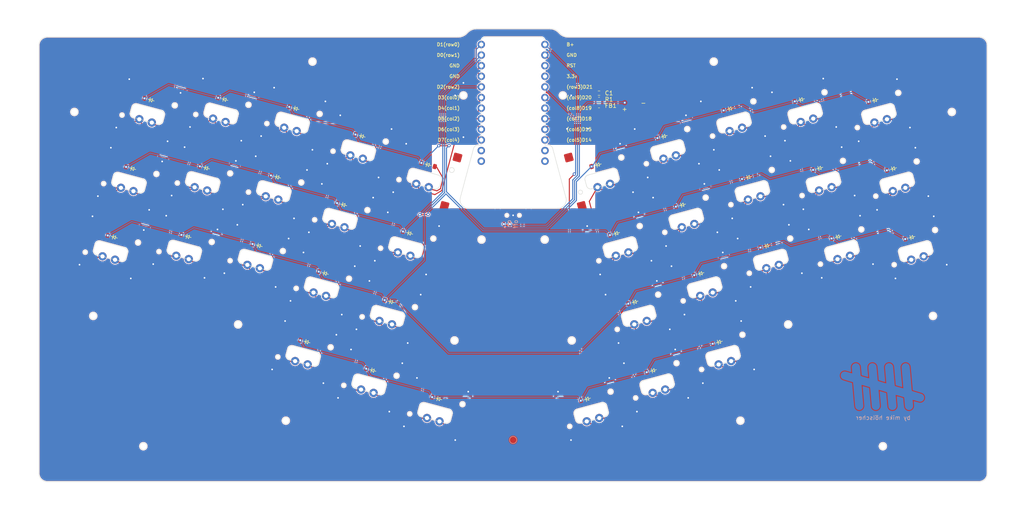
<source format=kicad_pcb>
(kicad_pcb (version 20240108) (generator "pcbnew") (generator_version "8.0")
  (layers (0 "F.Cu" signal) (31 "B.Cu" signal) (34 "B.Paste" user) (35 "F.Paste" user) (36 "B.SilkS" user "B.Silkscreen") (37 "F.SilkS" user "F.Silkscreen") (38 "B.Mask" user) (39 "F.Mask" user) (44 "Edge.Cuts" user))
  (net 0 "")
  (net 1 "Row 0")
  (net 2 "Net-(D1-A)")
  (net 3 "Row 1")
  (net 4 "Net-(D2-A)")
  (net 5 "Row 2")
  (net 6 "Net-(D3-A)")
  (net 7 "Net-(D4-A)")
  (net 8 "Net-(D5-A)")
  (net 9 "Net-(D6-A)")
  (net 10 "Net-(D7-A)")
  (net 11 "Net-(D8-A)")
  (net 12 "Net-(D9-A)")
  (net 13 "Row 3")
  (net 14 "Net-(D10-A)")
  (net 15 "Net-(D11-A)")
  (net 16 "Net-(D12-A)")
  (net 17 "Net-(D13-A)")
  (net 18 "Net-(D14-A)")
  (net 19 "Net-(D15-A)")
  (net 20 "Net-(D16-A)")
  (net 21 "Net-(D17-A)")
  (net 22 "Net-(D18-A)")
  (net 23 "Net-(D19-A)")
  (net 24 "Net-(D20-A)")
  (net 25 "Net-(D21-A)")
  (net 26 "Net-(D22-A)")
  (net 27 "Net-(D23-A)")
  (net 28 "Net-(D24-A)")
  (net 29 "Net-(D25-A)")
  (net 30 "Net-(D26-A)")
  (net 31 "Net-(D27-A)")
  (net 32 "Net-(D28-A)")
  (net 33 "Net-(D29-A)")
  (net 34 "Net-(D30-A)")
  (net 35 "Net-(D31-A)")
  (net 36 "Net-(D32-A)")
  (net 37 "Net-(D33-A)")
  (net 38 "Net-(D34-A)")
  (net 39 "Net-(D35-A)")
  (net 40 "Net-(D36-A)")
  (net 41 "Column 0")
  (net 42 "Column 1")
  (net 43 "Column 2")
  (net 44 "Column 3")
  (net 45 "Column 4")
  (net 46 "Column 5")
  (net 47 "Column 6")
  (net 48 "Column 7")
  (net 49 "Column 8")
  (net 50 "Column 9")
  (net 53 "Net-(BT1-+)")
  (net 54 "GND")
  (net 55 "Chassis GND")
  (net 57 "Net-(SW1-B)")
  (footprint "SCOTTOKEEBS Components:Diode_SOD-123" (layer "F.Cu") (at 94.121857 78.407181 -15)
    (property "Reference" "D13" (hide yes))
    (property "Value" "1N4148WS")
  )
  (footprint "Custom:CPG1316S01D02_handsolder" (layer "F.Cu") (at 173.248123 104.057472 15)
    (property "Reference" "S26" (hide yes))
    (property "Value" "Keyswitch" (hide yes))
    (fp_line (start -4 1.65) (end -4.000002 0.25) (stroke (width 0.1)) (layer "Edge.Cuts"))
    (fp_line (start -3 -0.75) (end 3 -0.750001) (stroke (width 0.1)) (layer "Edge.Cuts"))
    (fp_line (start 3 2.65) (end -3 2.65) (stroke (width 0.1)) (layer "Edge.Cuts"))
    (fp_line (start 4.000001 0.25) (end 4 1.65) (stroke (width 0.1)) (layer "Edge.Cuts"))
    (fp_arc (start -4.000002 0.25) (mid -3.707108 -0.457108) (end -3 -0.75) (stroke (width 0.1)) (layer "Edge.Cuts"))
    (fp_arc (start -3 2.65) (mid -3.707107 2.357108) (end -4 1.65) (stroke (width 0.1)) (layer "Edge.Cuts"))
    (fp_arc (start 3 -0.750001) (mid 3.707107 -0.457107) (end 4.000001 0.25) (stroke (width 0.1)) (layer "Edge.Cuts"))
    (fp_arc (start 4 1.65) (mid 3.707107 2.357106) (end 3 2.65) (stroke (width 0.1)) (layer "Edge.Cuts"))
    (fp_circle (center -5.799998 2.75) (end -5.3 2.75) (stroke (width 0.1)) (fill none) (layer "Edge.Cuts"))
    (fp_circle (center 5.799998 -2.75) (end 6.4 -2.75) (stroke (width 0.1)) (fill none) (layer "Edge.Cuts"))
  )
  (footprint "Custom:CPG1316S01D02_handsolder" (layer "F.Cu") (at 69.433177 39.180668 -15)
    (property "Reference" "S4" (hide yes))
    (property "Value" "Keyswitch" (hide yes))
    (fp_line (start -4 1.65) (end -4 0.249999) (stroke (width 0.1)) (layer "Edge.Cuts"))
    (fp_line (start -3 -0.750001) (end 3 -0.75) (stroke (width 0.1)) (layer "Edge.Cuts"))
    (fp_line (start 3 2.65) (end -3 2.65) (stroke (width 0.1)) (layer "Edge.Cuts"))
    (fp_line (start 4.000002 0.25) (end 4 1.65) (stroke (width 0.1)) (layer "Edge.Cuts"))
    (fp_arc (start -4 0.249999) (mid -3.707107 -0.457109) (end -3 -0.750001) (stroke (width 0.1)) (layer "Edge.Cuts"))
    (fp_arc (start -3 2.65) (mid -3.707108 2.357106) (end -4 1.65) (stroke (width 0.1)) (layer "Edge.Cuts"))
    (fp_arc (start 3 -0.75) (mid 3.707107 -0.457106) (end 4.000002 0.25) (stroke (width 0.1)) (layer "Edge.Cuts"))
    (fp_arc (start 4 1.65) (mid 3.707107 2.357107) (end 3 2.65) (stroke (width 0.1)) (layer "Edge.Cuts"))
    (fp_circle (center -5.8 2.75) (end -5.3 2.75) (stroke (width 0.1)) (fill none) (layer "Edge.Cuts"))
    (fp_circle (center 5.8 -2.75) (end 6.4 -2.75) (stroke (width 0.1)) (fill none) (layer "Edge.Cuts"))
  )
  (footprint "SCOTTOKEEBS Components:Diode_SOD-123" (layer "F.Cu") (at 89.721948 94.827912 -15)
    (property "Reference" "D10" (hide yes))
    (property "Value" "1N4148WS")
  )
  (footprint "SCOTTOKEEBS Components:Diode_SOD-123" (layer "F.Cu") (at 216.816322 69.607332 15)
    (property "Reference" "D33" (hide yes))
    (property "Value" "1N4148WS")
  )
  (footprint "SCOTTOKEEBS Components:Diode_SOD-123" (layer "F.Cu") (at 188.37477 94.827916 15)
    (property "Reference" "D30" (hide yes))
    (property "Value" "1N4148WS")
  )
  (footprint "Custom:CPG1316S01D02_handsolder" (layer "F.Cu") (at 86.449203 41.358955 -15)
    (property "Reference" "S7" (hide yes))
    (property "Value" "Keyswitch" (hide yes))
    (fp_line (start -4 1.65) (end -4 0.249999) (stroke (width 0.1)) (layer "Edge.Cuts"))
    (fp_line (start -3 -0.750001) (end 3 -0.75) (stroke (width 0.1)) (layer "Edge.Cuts"))
    (fp_line (start 3 2.65) (end -3 2.65) (stroke (width 0.1)) (layer "Edge.Cuts"))
    (fp_line (start 4.000002 0.25) (end 4 1.65) (stroke (width 0.1)) (layer "Edge.Cuts"))
    (fp_arc (start -4 0.249999) (mid -3.707107 -0.457109) (end -3 -0.750001) (stroke (width 0.1)) (layer "Edge.Cuts"))
    (fp_arc (start -3 2.65) (mid -3.707108 2.357106) (end -4 1.65) (stroke (width 0.1)) (layer "Edge.Cuts"))
    (fp_arc (start 3 -0.75) (mid 3.707107 -0.457106) (end 4.000002 0.25) (stroke (width 0.1)) (layer "Edge.Cuts"))
    (fp_arc (start 4 1.65) (mid 3.707107 2.357107) (end 3 2.65) (stroke (width 0.1)) (layer "Edge.Cuts"))
    (fp_circle (center -5.8 2.75) (end -5.3 2.75) (stroke (width 0.1)) (fill none) (layer "Edge.Cuts"))
    (fp_circle (center 5.8 -2.75) (end 6.4 -2.75) (stroke (width 0.1)) (fill none) (layer "Edge.Cuts"))
  )
  (footprint "Custom:Chassis GND" (layer "F.Cu") (at 139.048727 118.282541)
    (property "Reference" "CH1" (hide yes))
    (property "Value" "Chassis")
  )
  (footprint "Custom:CPG1316S01D02_handsolder" (layer "F.Cu") (at 157.474435 110.87221 15)
    (property "Reference" "S22" (hide yes))
    (property "Value" "Keyswitch" (hide yes))
    (fp_line (start -4 1.65) (end -4.000002 0.25) (stroke (width 0.1)) (layer "Edge.Cuts"))
    (fp_line (start -3 -0.75) (end 3 -0.750001) (stroke (width 0.1)) (layer "Edge.Cuts"))
    (fp_line (start 3 2.65) (end -3 2.65) (stroke (width 0.1)) (layer "Edge.Cuts"))
    (fp_line (start 4.000001 0.25) (end 4 1.65) (stroke (width 0.1)) (layer "Edge.Cuts"))
    (fp_arc (start -4.000002 0.25) (mid -3.707108 -0.457108) (end -3 -0.75) (stroke (width 0.1)) (layer "Edge.Cuts"))
    (fp_arc (start -3 2.65) (mid -3.707107 2.357108) (end -4 1.65) (stroke (width 0.1)) (layer "Edge.Cuts"))
    (fp_arc (start 3 -0.750001) (mid 3.707107 -0.457107) (end 4.000001 0.25) (stroke (width 0.1)) (layer "Edge.Cuts"))
    (fp_arc (start 4 1.65) (mid 3.707107 2.357106) (end 3 2.65) (stroke (width 0.1)) (layer "Edge.Cuts"))
    (fp_circle (center -5.799998 2.75) (end -5.3 2.75) (stroke (width 0.1)) (fill none) (layer "Edge.Cuts"))
    (fp_circle (center 5.799998 -2.75) (end 6.4 -2.75) (stroke (width 0.1)) (fill none) (layer "Edge.Cuts"))
  )
  (footprint "Custom:CPG1316S01D02_handsolder" (layer "F.Cu") (at 235.100564 72.162073 15)
    (property "Reference" "S36" (hide yes))
    (property "Value" "Keyswitch" (hide yes))
    (fp_line (start -4 1.65) (end -4.000002 0.25) (stroke (width 0.1)) (layer "Edge.Cuts"))
    (fp_line (start -3 -0.75) (end 3 -0.750001) (stroke (width 0.1)) (layer "Edge.Cuts"))
    (fp_line (start 3 2.65) (end -3 2.65) (stroke (width 0.1)) (layer "Edge.Cuts"))
    (fp_line (start 4.000001 0.25) (end 4 1.65) (stroke (width 0.1)) (layer "Edge.Cuts"))
    (fp_arc (start -4.000002 0.25) (mid -3.707108 -0.457108) (end -3 -0.75) (stroke (width 0.1)) (layer "Edge.Cuts"))
    (fp_arc (start -3 2.65) (mid -3.707107 2.357108) (end -4 1.65) (stroke (width 0.1)) (layer "Edge.Cuts"))
    (fp_arc (start 3 -0.750001) (mid 3.707107 -0.457107) (end 4.000001 0.25) (stroke (width 0.1)) (layer "Edge.Cuts"))
    (fp_arc (start 4 1.65) (mid 3.707107 2.357106) (end 3 2.65) (stroke (width 0.1)) (layer "Edge.Cuts"))
    (fp_circle (center -5.799998 2.75) (end -5.3 2.75) (stroke (width 0.1)) (fill none) (layer "Edge.Cuts"))
    (fp_circle (center 5.799998 -2.75) (end 6.4 -2.75) (stroke (width 0.1)) (fill none) (layer "Edge.Cuts"))
  )
  (footprint "SCOTTOKEEBS Components:Diode_SOD-123" (layer "F.Cu") (at 118.695393 52.380438 -15)
    (property "Reference" "D15" (hide yes))
    (property "Value" "1N4148WS")
  )
  (footprint "Custom:CPG1316S01D02_handsolder" (layer "F.Cu") (at 118.048364 54.795253 -15)
    (property "Reference" "S15" (hide yes))
    (property "Value" "Keyswitch" (hide yes))
    (fp_line (start -4 1.65) (end -4 0.249999) (stroke (width 0.1)) (layer "Edge.Cuts"))
    (fp_line (start -3 -0.750001) (end 3 -0.75) (stroke (width 0.1)) (layer "Edge.Cuts"))
    (fp_line (start 3 2.65) (end -3 2.65) (stroke (width 0.1)) (layer "Edge.Cuts"))
    (fp_line (start 4.000002 0.25) (end 4 1.65) (stroke (width 0.1)) (layer "Edge.Cuts"))
    (fp_arc (start -4 0.249999) (mid -3.707107 -0.457109) (end -3 -0.750001) (stroke (width 0.1)) (layer "Edge.Cuts"))
    (fp_arc (start -3 2.65) (mid -3.707108 2.357106) (end -4 1.65) (stroke (width 0.1)) (layer "Edge.Cuts"))
    (fp_arc (start 3 -0.75) (mid 3.707107 -0.457106) (end 4.000002 0.25) (stroke (width 0.1)) (layer "Edge.Cuts"))
    (fp_arc (start 4 1.65) (mid 3.707107 2.357107) (end 3 2.65) (stroke (width 0.1)) (layer "Edge.Cuts"))
    (fp_circle (center -5.8 2.75) (end -5.3 2.75) (stroke (width 0.1)) (fill none) (layer "Edge.Cuts"))
    (fp_circle (center 5.8 -2.75) (end 6.4 -2.75) (stroke (width 0.1)) (fill none) (layer "Edge.Cuts"))
  )
  (footprint "SCOTTOKEEBS Components:Diode_SOD-123" (layer "F.Cu") (at 199.8003 71.785629 15)
    (property "Reference" "D29" (hide yes))
    (property "Value" "1N4148WS")
  )
  (footprint "Custom:CPG1316S01D02_handsolder" (layer "F.Cu") (at 180.221969 64.40126 15)
    (property "Reference" "S24" (hide yes))
    (property "Value" "Keyswitch" (hide yes))
    (fp_line (start -4 1.65) (end -4.000002 0.25) (stroke (width 0.1)) (layer "Edge.Cuts"))
    (fp_line (start -3 -0.75) (end 3 -0.750001) (stroke (width 0.1)) (layer "Edge.Cuts"))
    (fp_line (start 3 2.65) (end -3 2.65) (stroke (width 0.1)) (layer "Edge.Cuts"))
    (fp_line (start 4.000001 0.25) (end 4 1.65) (stroke (width 0.1)) (layer "Edge.Cuts"))
    (fp_arc (start -4.000002 0.25) (mid -3.707108 -0.457108) (end -3 -0.75) (stroke (width 0.1)) (layer "Edge.Cuts"))
    (fp_arc (start -3 2.65) (mid -3.707107 2.357108) (end -4 1.65) (stroke (width 0.1)) (layer "Edge.Cuts"))
    (fp_arc (start 3 -0.750001) (mid 3.707107 -0.457107) (end 4.000001 0.25) (stroke (width 0.1)) (layer "Edge.Cuts"))
    (fp_arc (start 4 1.65) (mid 3.707107 2.357106) (end 3 2.65) (stroke (width 0.1)) (layer "Edge.Cuts"))
    (fp_circle (center -5.799998 2.75) (end -5.3 2.75) (stroke (width 0.1)) (fill none) (layer "Edge.Cuts"))
    (fp_circle (center 5.799998 -2.75) (end 6.4 -2.75) (stroke (width 0.1)) (fill none) (layer "Edge.Cuts"))
  )
  (footprint "Custom:CPG1316S01D02_handsolder" (layer "F.Cu") (at 102.274662 47.980522 -15)
    (property "Reference" "S11" (hide yes))
    (property "Value" "Keyswitch" (hide yes))
    (fp_line (start -4 1.65) (end -4 0.249999) (stroke (width 0.1)) (layer "Edge.Cuts"))
    (fp_line (start -3 -0.750001) (end 3 -0.75) (stroke (width 0.1)) (layer "Edge.Cuts"))
    (fp_line (start 3 2.65) (end -3 2.65) (stroke (width 0.1)) (layer "Edge.Cuts"))
    (fp_line (start 4.000002 0.25) (end 4 1.65) (stroke (width 0.1)) (layer "Edge.Cuts"))
    (fp_arc (start -4 0.249999) (mid -3.707107 -0.457109) (end -3 -0.750001) (stroke (width 0.1)) (layer "Edge.Cuts"))
    (fp_arc (start -3 2.65) (mid -3.707108 2.357106) (end -4 1.65) (stroke (width 0.1)) (layer "Edge.Cuts"))
    (fp_arc (start 3 -0.75) (mid 3.707107 -0.457106) (end 4.000002 0.25) (stroke (width 0.1)) (layer "Edge.Cuts"))
    (fp_arc (start 4 1.65) (mid 3.707107 2.357107) (end 3 2.65) (stroke (width 0.1)) (layer "Edge.Cuts"))
    (fp_circle (center -5.8 2.75) (end -5.3 2.75) (stroke (width 0.1)) (fill none) (layer "Edge.Cuts"))
    (fp_circle (center 5.8 -2.75) (end 6.4 -2.75) (stroke (width 0.1)) (fill none) (layer "Edge.Cuts"))
  )
  (footprint "Custom:CPG1316S01D02_handsolder" (layer "F.Cu") (at 60.633341 72.022151 -15)
    (property "Reference" "S6" (hide yes))
    (property "Value" "Keyswitch" (hide yes))
    (fp_line (start -4 1.65) (end -4 0.249999) (stroke (width 0.1)) (layer "Edge.Cuts"))
    (fp_line (start -3 -0.750001) (end 3 -0.75) (stroke (width 0.1)) (layer "Edge.Cuts"))
    (fp_line (start 3 2.65) (end -3 2.65) (stroke (width 0.1)) (layer "Edge.Cuts"))
    (fp_line (start 4.000002 0.25) (end 4 1.65) (stroke (width 0.1)) (layer "Edge.Cuts"))
    (fp_arc (start -4 0.249999) (mid -3.707107 -0.457109) (end -3 -0.750001) (stroke (width 0.1)) (layer "Edge.Cuts"))
    (fp_arc (start -3 2.65) (mid -3.707108 2.357106) (end -4 1.65) (stroke (width 0.1)) (layer "Edge.Cuts"))
    (fp_arc (start 3 -0.75) (mid 3.707107 -0.457106) (end 4.000002 0.25) (stroke (width 0.1)) (layer "Edge.Cuts"))
    (fp_arc (start 4 1.65) (mid 3.707107 2.357107) (end 3 2.65) (stroke (width 0.1)) (layer "Edge.Cuts"))
    (fp_circle (center -5.8 2.75) (end -5.3 2.75) (stroke (width 0.1)) (fill none) (layer "Edge.Cuts"))
    (fp_circle (center 5.8 -2.75) (end 6.4 -2.75) (stroke (width 0.1)) (fill none) (layer "Edge.Cuts"))
  )
  (footprint "Custom:CPG1316S01D02_handsolder" (layer "F.Cu") (at 82.049282 57.7797 -15)
    (property "Reference" "S8" (hide yes))
    (property "Value" "Keyswitch" (hide yes))
    (fp_line (start -4 1.65) (end -4 0.249999) (stroke (width 0.1)) (layer "Edge.Cuts"))
    (fp_line (start -3 -0.750001) (end 3 -0.75) (stroke (width 0.1)) (layer "Edge.Cuts"))
    (fp_line (start 3 2.65) (end -3 2.65) (stroke (width 0.1)) (layer "Edge.Cuts"))
    (fp_line (start 4.000002 0.25) (end 4 1.65) (stroke (width 0.1)) (layer "Edge.Cuts"))
    (fp_arc (start -4 0.249999) (mid -3.707107 -0.457109) (end -3 -0.750001) (stroke (width 0.1)) (layer "Edge.Cuts"))
    (fp_arc (start -3 2.65) (mid -3.707108 2.357106) (end -4 1.65) (stroke (width 0.1)) (layer "Edge.Cuts"))
    (fp_arc (start 3 -0.75) (mid 3.707107 -0.457106) (end 4.000002 0.25) (stroke (width 0.1)) (layer "Edge.Cuts"))
    (fp_arc (start 4 1.65) (mid 3.707107 2.357107) (end 3 2.65) (stroke (width 0.1)) (layer "Edge.Cuts"))
    (fp_circle (center -5.8 2.75) (end -5.3 2.75) (stroke (width 0.1)) (fill none) (layer "Edge.Cuts"))
    (fp_circle (center 5.8 -2.75) (end 6.4 -2.75) (stroke (width 0.1)) (fill none) (layer "Edge.Cuts"))
  )
  (footprint "SCOTTOKEEBS Components:Diode_SOD-123" (layer "F.Cu") (at 114.295479 68.801172 -15)
    (property "Reference" "D16" (hide yes))
    (property "Value" "1N4148WS")
  )
  (footprint "Custom:CPG1316S01D02_handsolder" (layer "F.Cu") (at 120.62228 110.872214 -15)
    (property "Reference" "S18" (hide yes))
    (property "Value" "Keyswitch" (hide yes))
    (fp_line (start -4 1.65) (end -4 0.249999) (stroke (width 0.1)) (layer "Edge.Cuts"))
    (fp_line (start -3 -0.750001) (end 3 -0.75) (stroke (width 0.1)) (layer "Edge.Cuts"))
    (fp_line (start 3 2.65) (end -3 2.65) (stroke (width 0.1)) (layer "Edge.Cuts"))
    (fp_line (start 4.000002 0.25) (end 4 1.65) (stroke (width 0.1)) (layer "Edge.Cuts"))
    (fp_arc (start -4 0.249999) (mid -3.707107 -0.457109) (end -3 -0.750001) (stroke (width 0.1)) (layer "Edge.Cuts"))
    (fp_arc (start -3 2.65) (mid -3.707108 2.357106) (end -4 1.65) (stroke (width 0.1)) (layer "Edge.Cuts"))
    (fp_arc (start 3 -0.75) (mid 3.707107 -0.457106) (end 4.000002 0.25) (stroke (width 0.1)) (layer "Edge.Cuts"))
    (fp_arc (start 4 1.65) (mid 3.707107 2.357107) (end 3 2.65) (stroke (width 0.1)) (layer "Edge.Cuts"))
    (fp_circle (center -5.8 2.75) (end -5.3 2.75) (stroke (width 0.1)) (fill none) (layer "Edge.Cuts"))
    (fp_circle (center 5.8 -2.75) (end 6.4 -2.75) (stroke (width 0.1)) (fill none) (layer "Edge.Cuts"))
  )
  (footprint "Custom:CPG1316S01D02_handsolder" (layer "F.Cu") (at 160.048356 54.795256 15)
    (property "Reference" "S19" (hide yes))
    (property "Value" "Keyswitch" (hide yes))
    (fp_line (start -4 1.65) (end -4.000002 0.25) (stroke (width 0.1)) (layer "Edge.Cuts"))
    (fp_line (start -3 -0.75) (end 3 -0.750001) (stroke (width 0.1)) (layer "Edge.Cuts"))
    (fp_line (start 3 2.65) (end -3 2.65) (stroke (width 0.1)) (layer "Edge.Cuts"))
    (fp_line (start 4.000001 0.25) (end 4 1.65) (stroke (width 0.1)) (layer "Edge.Cuts"))
    (fp_arc (start -4.000002 0.25) (mid -3.707108 -0.457108) (end -3 -0.75) (stroke (width 0.1)) (layer "Edge.Cuts"))
    (fp_arc (start -3 2.65) (mid -3.707107 2.357108) (end -4 1.65) (stroke (width 0.1)) (layer "Edge.Cuts"))
    (fp_arc (start 3 -0.750001) (mid 3.707107 -0.457107) (end 4.000001 0.25) (stroke (width 0.1)) (layer "Edge.Cuts"))
    (fp_arc (start 4 1.65) (mid 3.707107 2.357106) (end 3 2.65) (stroke (width 0.1)) (layer "Edge.Cuts"))
    (fp_circle (center -5.799998 2.75) (end -5.3 2.75) (stroke (width 0.1)) (fill none) (layer "Edge.Cuts"))
    (fp_circle (center 5.799998 -2.75) (end 6.4 -2.75) (stroke (width 0.1)) (fill none) (layer "Edge.Cuts"))
  )
  (footprint "Custom:CPG1316S01D02_handsolder" (layer "F.Cu") (at 93.474816 80.821994 -15)
    (property "Reference" "S13" (hide yes))
    (property "Value" "Keyswitch" (hide yes))
    (fp_line (start -4 1.65) (end -4 0.249999) (stroke (width 0.1)) (layer "Edge.Cuts"))
    (fp_line (start -3 -0.750001) (end 3 -0.75) (stroke (width 0.1)) (layer "Edge.Cuts"))
    (fp_line (start 3 2.65) (end -3 2.65) (stroke (width 0.1)) (layer "Edge.Cuts"))
    (fp_line (start 4.000002 0.25) (end 4 1.65) (stroke (width 0.1)) (layer "Edge.Cuts"))
    (fp_arc (start -4 0.249999) (mid -3.707107 -0.457109) (end -3 -0.750001) (stroke (width 0.1)) (layer "Edge.Cuts"))
    (fp_arc (start -3 2.65) (mid -3.707108 2.357106) (end -4 1.65) (stroke (width 0.1)) (layer "Edge.Cuts"))
    (fp_arc (start 3 -0.75) (mid 3.707107 -0.457106) (end 4.000002 0.25) (stroke (width 0.1)) (layer "Edge.Cuts"))
    (fp_arc (start 4 1.65) (mid 3.707107 2.357107) (end 3 2.65) (stroke (width 0.1)) (layer "Edge.Cuts"))
    (fp_circle (center -5.8 2.75) (end -5.3 2.75) (stroke (width 0.1)) (fill none) (layer "Edge.Cuts"))
    (fp_circle (center 5.8 -2.75) (end 6.4 -2.75) (stroke (width 0.1)) (fill none) (layer "Edge.Cuts"))
  )
  (footprint "Custom:CPG1316S01D02_handsolder" (layer "F.Cu") (at 89.07489 97.242729 -15)
    (property "Reference" "S10" (hide yes))
    (property "Value" "Keyswitch" (hide yes))
    (fp_line (start -4 1.65) (end -4 0.249999) (stroke (width 0.1)) (layer "Edge.Cuts"))
    (fp_line (start -3 -0.750001) (end 3 -0.75) (stroke (width 0.1)) (layer "Edge.Cuts"))
    (fp_line (start 3 2.65) (end -3 2.65) (stroke (width 0.1)) (layer "Edge.Cuts"))
    (fp_line (start 4.000002 0.25) (end 4 1.65) (stroke (width 0.1)) (layer "Edge.Cuts"))
    (fp_arc (start -4 0.249999) (mid -3.707107 -0.457109) (end -3 -0.750001) (stroke (width 0.1)) (layer "Edge.Cuts"))
    (fp_arc (start -3 2.65) (mid -3.707108 2.357106) (end -4 1.65) (stroke (width 0.1)) (layer "Edge.Cuts"))
    (fp_arc (start 3 -0.75) (mid 3.707107 -0.457106) (end 4.000002 0.25) (stroke (width 0.1)) (layer "Edge.Cuts"))
    (fp_arc (start 4 1.65) (mid 3.707107 2.357107) (end 3 2.65) (stroke (width 0.1)) (layer "Edge.Cuts"))
    (fp_circle (center -5.8 2.75) (end -5.3 2.75) (stroke (width 0.1)) (fill none) (layer "Edge.Cuts"))
    (fp_circle (center 5.8 -2.75) (end 6.4 -2.75) (stroke (width 0.1)) (fill none) (layer "Edge.Cuts"))
  )
  (footprint "Custom:CPG1316S01D02_handsolder" (layer "F.Cu") (at 47.396071 55.741339 -15)
    (property "Reference" "S2" (hide yes))
    (property "Value" "Keyswitch" (hide yes))
    (fp_line (start -4 1.65) (end -4 0.249999) (stroke (width 0.1)) (layer "Edge.Cuts"))
    (fp_line (start -3 -0.750001) (end 3 -0.75) (stroke (width 0.1)) (layer "Edge.Cuts"))
    (fp_line (start 3 2.65) (end -3 2.65) (stroke (width 0.1)) (layer "Edge.Cuts"))
    (fp_line (start 4.000002 0.25) (end 4 1.65) (stroke (width 0.1)) (layer "Edge.Cuts"))
    (fp_arc (start -4 0.249999) (mid -3.707107 -0.457109) (end -3 -0.750001) (stroke (width 0.1)) (layer "Edge.Cuts"))
    (fp_arc (start -3 2.65) (mid -3.707108 2.357106) (end -4 1.65) (stroke (width 0.1)) (layer "Edge.Cuts"))
    (fp_arc (start 3 -0.75) (mid 3.707107 -0.457106) (end 4.000002 0.25) (stroke (width 0.1)) (layer "Edge.Cuts"))
    (fp_arc (start 4 1.65) (mid 3.707107 2.357107) (end 3 2.65) (stroke (width 0.1)) (layer "Edge.Cuts"))
    (fp_circle (center -5.8 2.75) (end -5.3 2.75) (stroke (width 0.1)) (fill none) (layer "Edge.Cuts"))
    (fp_circle (center 5.8 -2.75) (end 6.4 -2.75) (stroke (width 0.1)) (fill none) (layer "Edge.Cuts"))
  )
  (footprint "SCOTTOKEEBS Components:Diode_SOD-123" (layer "F.Cu") (at 98.521786 61.986439 -15)
    (property "Reference" "D12" (hide yes))
    (property "Value" "1N4148WS")
  )
  (footprint "SCOTTOKEEBS Components:Diode_SOD-123" (layer "F.Cu") (at 195.400375 55.364886 15)
    (property "Reference" "D28" (hide yes))
    (property "Value" "1N4148WS")
  )
  (footprint "Custom:CPG1316S01D02_handsolder" (layer "F.Cu") (at 208.663524 39.180667 15)
    (property "Reference" "S31" (hide yes))
    (property "Value" "Keyswitch" (hide yes))
    (fp_line (start -4 1.65) (end -4.000002 0.25) (stroke (width 0.1)) (layer "Edge.Cuts"))
    (fp_line (start -3 -0.75) (end 3 -0.750001) (stroke (width 0.1)) (layer "Edge.Cuts"))
    (fp_line (start 3 2.65) (end -3 2.65) (stroke (width 0.1)) (layer "Edge.Cuts"))
    (fp_line (start 4.000001 0.25) (end 4 1.65) (stroke (width 0.1)) (layer "Edge.Cuts"))
    (fp_arc (start -4.000002 0.25) (mid -3.707108 -0.457108) (end -3 -0.75) (stroke (width 0.1)) (layer "Edge.Cuts"))
    (fp_arc (start -3 2.65) (mid -3.707107 2.357108) (end -4 1.65) (stroke (width 0.1)) (layer "Edge.Cuts"))
    (fp_arc (start 3 -0.750001) (mid 3.707107 -0.457107) (end 4.000001 0.25) (stroke (width 0.1)) (layer "Edge.Cuts"))
    (fp_arc (start 4 1.65) (mid 3.707107 2.357106) (end 3 2.65) (stroke (width 0.1)) (layer "Edge.Cuts"))
    (fp_circle (center -5.799998 2.75) (end -5.3 2.75) (stroke (width 0.1)) (fill none) (layer "Edge.Cuts"))
    (fp_circle (center 5.799998 -2.75) (end 6.4 -2.75) (stroke (width 0.1)) (fill none) (layer "Edge.Cuts"))
  )
  (footprint "Resistor_SMD:R_0603_1608Metric" (layer "F.Cu") (at 159.600955 35.233818)
    (property "Reference" "R1")
    (property "Value" "R")
  )
  (footprint "SCOTTOKEEBS Components:Diode_SOD-123" (layer "F.Cu") (at 109.895549 85.221916 -15)
    (property "Reference" "D17" (hide yes))
    (property "Value" "1N4148WS")
  )
  (footprint "Custom:CPG1316S01D02_handsolder" (layer "F.Cu") (at 77.64936 74.200449 -15)
    (property "Reference" "S9" (hide yes))
    (property "Value" "Keyswitch" (hide yes))
    (fp_line (start -4 1.65) (end -4 0.249999) (stroke (width 0.1)) (layer "Edge.Cuts"))
    (fp_line (start -3 -0.750001) (end 3 -0.75) (stroke (width 0.1)) (layer "Edge.Cuts"))
    (fp_line (start 3 2.65) (end -3 2.65) (stroke (width 0.1)) (layer "Edge.Cuts"))
    (fp_line (start 4.000002 0.25) (end 4 1.65) (stroke (width 0.1)) (layer "Edge.Cuts"))
    (fp_arc (start -4 0.249999) (mid -3.707107 -0.457109) (end -3 -0.750001) (stroke (width 0.1)) (layer "Edge.Cuts"))
    (fp_arc (start -3 2.65) (mid -3.707108 2.357106) (end -4 1.65) (stroke (width 0.1)) (layer "Edge.Cuts"))
    (fp_arc (start 3 -0.75) (mid 3.707107 -0.457106) (end 4.000002 0.25) (stroke (width 0.1)) (layer "Edge.Cuts"))
    (fp_arc (start 4 1.65) (mid 3.707107 2.357107) (end 3 2.65) (stroke (width 0.1)) (layer "Edge.Cuts"))
    (fp_circle (center -5.8 2.75) (end -5.3 2.75) (stroke (width 0.1)) (fill none) (layer "Edge.Cuts"))
    (fp_circle (center 5.8 -2.75) (end 6.4 -2.75) (stroke (width 0.1)) (fill none) (layer "Edge.Cuts"))
  )
  (footprint "Custom:CPG1316S01D02_handsolder" (layer "F.Cu") (at 65.033263 55.601404 -15)
    (property "Reference" "S5" (hide yes))
    (property "Value" "Keyswitch" (hide yes))
    (fp_line (start -4 1.65) (end -4 0.249999) (stroke (width 0.1)) (layer "Edge.Cuts"))
    (fp_line (start -3 -0.750001) (end 3 -0.75) (stroke (width 0.1)) (layer "Edge.Cuts"))
    (fp_line (start 3 2.65) (end -3 2.65) (stroke (width 0.1)) (layer "Edge.Cuts"))
    (fp_line (start 4.000002 0.25) (end 4 1.65) (stroke (width 0.1)) (layer "Edge.Cuts"))
    (fp_arc (start -4 0.249999) (mid -3.707107 -0.457109) (end -3 -0.750001) (stroke (width 0.1)) (layer "Edge.Cuts"))
    (fp_arc (start -3 2.65) (mid -3.707108 2.357106) (end -4 1.65) (stroke (width 0.1)) (layer "Edge.Cuts"))
    (fp_arc (start 3 -0.75) (mid 3.707107 -0.457106) (end 4.000002 0.25) (stroke (width 0.1)) (layer "Edge.Cuts"))
    (fp_arc (start 4 1.65) (mid 3.707107 2.357107) (end 3 2.65) (stroke (width 0.1)) (layer "Edge.Cuts"))
    (fp_circle (center -5.8 2.75) (end -5.3 2.75) (stroke (width 0.1)) (fill none) (layer "Edge.Cuts"))
    (fp_circle (center 5.8 -2.75) (end 6.4 -2.75) (stroke (width 0.1)) (fill none) (layer "Edge.Cuts"))
  )
  (footprint "SCOTTOKEEBS Components:Diode_SOD-123" (layer "F.Cu") (at 61.280385 69.607336 -15)
    (property "Reference" "D6" (hide yes))
    (property "Value" "1N4148WS")
  )
  (footprint "SCOTTOKEEBS Components:Diode_SOD-123" (layer "F.Cu") (at 179.574923 61.986441 15)
    (property "Reference" "D24" (hide yes))
    (property "Value" "1N4148WS")
  )
  (footprint "SCOTTOKEEBS Components:Diode_SOD-123" (layer "F.Cu") (at 212.416396 53.186587 15)
    (property "Reference" "D32" (hide yes))
    (property "Value" "1N4148WS")
  )
  (footprint "Custom:CPG1316S01D02_handsolder" (layer "F.Cu") (at 104.848575 104.057472 -15)
    (property "Reference" "S14" (hide yes))
    (property "Value" "Keyswitch" (hide yes))
    (fp_line (start -4 1.65) (end -4 0.249999) (stroke (width 0.1)) (layer "Edge.Cuts"))
    (fp_line (start -3 -0.750001) (end 3 -0.75) (stroke (width 0.1)) (layer "Edge.Cuts"))
    (fp_line (start 3 2.65) (end -3 2.65) (stroke (width 0.1)) (layer "Edge.Cuts"))
    (fp_line (start 4.000002 0.25) (end 4 1.65) (stroke (width 0.1)) (layer "Edge.Cuts"))
    (fp_arc (start -4 0.249999) (mid -3.707107 -0.457109) (end -3 -0.750001) (stroke (width 0.1)) (layer "Edge.Cuts"))
    (fp_arc (start -3 2.65) (mid -3.707108 2.357106) (end -4 1.65) (stroke (width 0.1)) (layer "Edge.Cuts"))
    (fp_arc (start 3 -0.75) (mid 3.707107 -0.457106) (end 4.000002 0.25) (stroke (width 0.1)) (layer "Edge.Cuts"))
    (fp_arc (start 4 1.65) (mid 3.707107 2.357107) (end 3 2.65) (stroke (width 0.1)) (layer "Edge.Cuts"))
    (fp_circle (center -5.8 2.75) (end -5.3 2.75) (stroke (width 0.1)) (fill none) (layer "Edge.Cuts"))
    (fp_circle (center 5.8 -2.75) (end 6.4 -2.75) (stroke (width 0.1)) (fill none) (layer "Edge.Cuts"))
  )
  (footprint "SCOTTOKEEBS Components:Diode_SOD-123" (layer "F.Cu") (at 175.174996 45.565699 15)
    (property "Reference" "D23" (hide yes))
    (property "Value" "1N4148WS")
  )
  (footprint "Inductor_SMD:L_0603_1608Metric" (layer "F.Cu") (at 159.600956 38.233818)
    (property "Reference" "FB1")
    (property "Value" "FerriteBead")
  )
  (footprint "SCOTTOKEEBS Components:Diode_SOD-123" (layer "F.Cu") (at 156.827386 108.457399 15)
    (property "Reference" "D22" (hide yes))
    (property "Value" "1N4148WS")
  )
  (footprint "Custom:CPG1316S01D02_handsolder" (layer "F.Cu") (at 191.647497 41.358961 15)
    (property "Reference" "S27" (hide yes))
    (property "Value" "Keyswitch" (hide yes))
    (fp_line (start -4 1.65) (end -4.000002 0.25) (stroke (width 0.1)) (layer "Edge.Cuts"))
    (fp_line (start -3 -0.75) (end 3 -0.750001) (stroke (width 0.1)) (layer "Edge.Cuts"))
    (fp_line (start 3 2.65) (end -3 2.65) (stroke (width 0.1)) (layer "Edge.Cuts"))
    (fp_line (start 4.000001 0.25) (end 4 1.65) (stroke (width 0.1)) (layer "Edge.Cuts"))
    (fp_arc (start -4.000002 0.25) (mid -3.707108 -0.457108) (end -3 -0.75) (stroke (width 0.1)) (layer "Edge.Cuts"))
    (fp_arc (start -3 2.65) (mid -3.707107 2.357108) (end -4 1.65) (stroke (width 0.1)) (layer "Edge.Cuts"))
    (fp_arc (start 3 -0.750001) (mid 3.707107 -0.457107) (end 4.000001 0.25) (stroke (width 0.1)) (layer "Edge.Cuts"))
    (fp_arc (start 4 1.65) (mid 3.707107 2.357106) (end 3 2.65) (stroke (width 0.1)) (layer "Edge.Cuts"))
    (fp_circle (center -5.799998 2.75) (end -5.3 2.75) (stroke (width 0.1)) (fill none) (layer "Edge.Cuts"))
    (fp_circle (center 5.799998 -2.75) (end 6.4 -2.75) (stroke (width 0.1)) (fill none) (layer "Edge.Cuts"))
  )
  (footprint "Custom:CPG1316S01D02_handsolder" (layer "F.Cu") (at 196.04742 57.779705 15)
    (property "Reference" "S28" (hide yes))
    (property "Value" "Keyswitch" (hide yes))
    (fp_line (start -4 1.65) (end -4.000002 0.25) (stroke (width 0.1)) (layer "Edge.Cuts"))
    (fp_line (start -3 -0.75) (end 3 -0.750001) (stroke (width 0.1)) (layer "Edge.Cuts"))
    (fp_line (start 3 2.65) (end -3 2.65) (stroke (width 0.1)) (layer "Edge.Cuts"))
    (fp_line (start 4.000001 0.25) (end 4 1.65) (stroke (width 0.1)) (layer "Edge.Cuts"))
    (fp_arc (start -4.000002 0.25) (mid -3.707108 -0.457108) (end -3 -0.75) (stroke (width 0.1)) (layer "Edge.Cuts"))
    (fp_arc (start -3 2.65) (mid -3.707107 2.357108) (end -4 1.65) (stroke (width 0.1)) (layer "Edge.Cuts"))
    (fp_arc (start 3 -0.750001) (mid 3.707107 -0.457107) (end 4.000001 0.25) (stroke (width 0.1)) (layer "Edge.Cuts"))
    (fp_arc (start 4 1.65) (mid 3.707107 2.357106) (end 3 2.65) (stroke (width 0.1)) (layer "Edge.Cuts"))
    (fp_circle (center -5.799998 2.75) (end -5.3 2.75) (stroke (width 0.1)) (fill none) (layer "Edge.Cuts"))
    (fp_circle (center 5.799998 -2.75) (end 6.4 -2.75) (stroke (width 0.1)) (fill none) (layer "Edge.Cuts"))
  )
  (footprint "Capacitor_SMD:C_0603_1608Metric" (layer "F.Cu") (at 159.600957 36.733819)
    (property "Reference" "C1")
    (property "Value" "C")
  )
  (footprint "SCOTTOKEEBS Components:Diode_SOD-123" (layer "F.Cu") (at 208.016476 36.765854 15)
    (property "Reference" "D31" (hide yes))
    (property "Value" "1N4148WS")
  )
  (footprint "Custom:CPG1316S01D02_handsolder" (layer "F.Cu") (at 168.848201 87.636729 15)
    (property "Reference" "S21" (hide yes))
    (property "Value" "Keyswitch" (hide yes))
    (fp_line (start -4 1.65) (end -4.000002 0.25) (stroke (width 0.1)) (layer "Edge.Cuts"))
    (fp_line (start -3 -0.75) (end 3 -0.750001) (stroke (width 0.1)) (layer "Edge.Cuts"))
    (fp_line (start 3 2.65) (end -3 2.65) (stroke (width 0.1)) (layer "Edge.Cuts"))
    (fp_line (start 4.000001 0.25) (end 4 1.65) (stroke (width 0.1)) (layer "Edge.Cuts"))
    (fp_arc (start -4.000002 0.25) (mid -3.707108 -0.457108) (end -3 -0.75) (stroke (width 0.1)) (layer "Edge.Cuts"))
    (fp_arc (start -3 2.65) (mid -3.707107 2.357108) (end -4 1.65) (stroke (width 0.1)) (layer "Edge.Cuts"))
    (fp_arc (start 3 -0.750001) (mid 3.707107 -0.457107) (end 4.000001 0.25) (stroke (width 0.1)) (layer "Edge.Cuts"))
    (fp_arc (start 4 1.65) (mid 3.707107 2.357106) (end 3 2.65) (stroke (width 0.1)) (layer "Edge.Cuts"))
    (fp_circle (center -5.799998 2.75) (end -5.3 2.75) (stroke (width 0.1)) (fill none) (layer "Edge.Cuts"))
    (fp_circle (center 5.799998 -2.75) (end 6.4 -2.75) (stroke (width 0.1)) (fill none) (layer "Edge.Cuts"))
  )
  (footprint "SCOTTOKEEBS Components:Diode_SOD-123" (layer "F.Cu") (at 52.443046 36.905783 -15)
    (property "Reference" "D1" (hide yes))
    (property "Value" "1N4148WS")
  )
  (footprint "Custom:CPG1316S01D02_handsolder" (layer "F.Cu") (at 164.448276 71.215995 15)
    (property "Reference" "S20" (hide yes))
    (property "Value" "Keyswitch" (hide yes))
    (fp_line (start -4 1.65) (end -4.000002 0.25) (stroke (width 0.1)) (layer "Edge.Cuts"))
    (fp_line (start -3 -0.75) (end 3 -0.750001) (stroke (width 0.1)) (layer "Edge.Cuts"))
    (fp_line (start 3 2.65) (end -3 2.65) (stroke (width 0.1)) (layer "Edge.Cuts"))
    (fp_line (start 4.000001 0.25) (end 4 1.65) (stroke (width 0.1)) (layer "Edge.Cuts"))
    (fp_arc (start -4.000002 0.25) (mid -3.707108 -0.457108) (end -3 -0.75) (stroke (width 0.1)) (layer "Edge.Cuts"))
    (fp_arc (start -3 2.65) (mid -3.707107 2.357108) (end -4 1.65) (stroke (width 0.1)) (layer "Edge.Cuts"))
    (fp_arc (start 3 -0.750001) (mid 3.707107 -0.457107) (end 4.000001 0.25) (stroke (width 0.1)) (layer "Edge.Cuts"))
    (fp_arc (start 4 1.65) (mid 3.707107 2.357106) (end 3 2.65) (stroke (width 0.1)) (layer "Edge.Cuts"))
    (fp_circle (center -5.799998 2.75) (end -5.3 2.75) (stroke (width 0.1)) (fill none) (layer "Edge.Cuts"))
    (fp_circle (center 5.799998 -2.75) (end 6.4 -2.75) (stroke (width 0.1)) (fill none) (layer "Edge.Cuts"))
  )
  (footprint "Custom:CPG1316S01D02_handsolder" (layer "F.Cu") (at 189.021822 97.242729 15)
    (property "Reference" "S30" (hide yes))
    (property "Value" "Keyswitch" (hide yes))
    (fp_line (start -4 1.65) (end -4.000002 0.25) (stroke (width 0.1)) (layer "Edge.Cuts"))
    (fp_line (start -3 -0.75) (end 3 -0.750001) (stroke (width 0.1)) (layer "Edge.Cuts"))
    (fp_line (start 3 2.65) (end -3 2.65) (stroke (width 0.1)) (layer "Edge.Cuts"))
    (fp_line (start 4.000001 0.25) (end 4 1.65) (stroke (width 0.1)) (layer "Edge.Cuts"))
    (fp_arc (start -4.000002 0.25) (mid -3.707108 -0.457108) (end -3 -0.75) (stroke (width 0.1)) (layer "Edge.Cuts"))
    (fp_arc (start -3 2.65) (mid -3.707107 2.357108) (end -4 1.65) (stroke (width 0.1)) (layer "Edge.Cuts"))
    (fp_arc (start 3 -0.750001) (mid 3.707107 -0.457107) (end 4.000001 0.25) (stroke (width 0.1)) (layer "Edge.Cuts"))
    (fp_arc (start 4 1.65) (mid 3.707107 2.357106) (end 3 2.65) (stroke (width 0.1)) (layer "Edge.Cuts"))
    (fp_circle (center -5.799998 2.75) (end -5.3 2.75) (stroke (width 0.1)) (fill none) (layer "Edge.Cuts"))
    (fp_circle (center 5.799998 -2.75) (end 6.4 -2.75) (stroke (width 0.1)) (fill none) (layer "Edge.Cuts"))
  )
  (footprint "SCOTTOKEEBS Components:Diode_SOD-123" (layer "F.Cu") (at 168.201152 85.22192 15)
    (property "Reference" "D21" (hide yes))
    (property "Value" "1N4148WS")
  )
  (footprint "SCOTTOKEEBS Components:Diode_SOD-123" (layer "F.Cu") (at 48.043119 53.326518 -15)
    (property "Reference" "D2" (hide yes))
    (property "Value" "1N4148WS")
  )
  (footprint "Custom:CPG1316S01D02_handsolder" (layer "F.Cu") (at 184.621894 80.821991 15)
    (property "Reference" "S25" (hide yes))
    (property "Value" "Keyswitch" (hide yes))
    (fp_line (start -4 1.65) (end -4.000002 0.25) (stroke (width 0.1)) (layer "Edge.Cuts"))
    (fp_line (start -3 -0.75) (end 3 -0.750001) (stroke (width 0.1)) (layer "Edge.Cuts"))
    (fp_line (start 3 2.65) (end -3 2.65) (stroke (width 0.1)) (layer "Edge.Cuts"))
    (fp_line (start 4.000001 0.25) (end 4 1.65) (stroke (width 0.1)) (layer "Edge.Cuts"))
    (fp_arc (start -4.000002 0.25) (mid -3.707108 -0.457108) (end -3 -0.75) (stroke (width 0.1)) (layer "Edge.Cuts"))
    (fp_arc (start -3 2.65) (mid -3.707107 2.357108) (end -4 1.65) (stroke (width 0.1)) (layer "Edge.Cuts"))
    (fp_arc (start 3 -0.750001) (mid 3.707107 -0.457107) (end 4.000001 0.25) (stroke (width 0.1)) (layer "Edge.Cuts"))
    (fp_arc (start 4 1.65) (mid 3.707107 2.357106) (end 3 2.65) (stroke (width 0.1)) (layer "Edge.Cuts"))
    (fp_circle (center -5.799998 2.75) (end -5.3 2.75) (stroke (width 0.1)) (fill none) (layer "Edge.Cuts"))
    (fp_circle (center 5.799998 -2.75) (end 6.4 -2.75) (stroke (width 0.1)) (fill none) (layer "Edge.Cuts"))
  )
  (footprint "SCOTTOKEEBS Components:Diode_SOD-123" (layer "F.Cu") (at 172.601081 101.642659 15)
    (property "Reference" "D26" (hide yes))
    (property "Value" "1N4148WS")
  )
  (footprint "SCOTTOKEEBS Components:Diode_SOD-123" (layer "F.Cu") (at 163.801225 68.801181 15)
    (property "Reference" "D20" (hide yes))
    (property "Value" "1N4148WS")
  )
  (footprint "Custom:CPG1316S01D02_handsolder" (layer "F.Cu") (at 113.648429 71.215993 -15)
    (property "Reference" "S16" (hide yes))
    (property "Value" "Keyswitch" (hide yes))
    (fp_line (start -4 1.65) (end -4 0.249999) (stroke (width 0.1)) (layer "Edge.Cuts"))
    (fp_line (start -3 -0.750001) (end 3 -0.75) (stroke (width 0.1)) (layer "Edge.Cuts"))
    (fp_line (start 3 2.65) (end -3 2.65) (stroke (width 0.1)) (layer "Edge.Cuts"))
    (fp_line (start 4.000002 0.25) (end 4 1.65) (stroke (width 0.1)) (layer "Edge.Cuts"))
    (fp_arc (start -4 0.249999) (mid -3.707107 -0.457109) (end -3 -0.750001) (stroke (width 0.1)) (layer "Edge.Cuts"))
    (fp_arc (start -3 2.65) (mid -3.707108 2.357106) (end -4 1.65) (stroke (width 0.1)) (layer "Edge.Cuts"))
    (fp_arc (start 3 -0.75) (mid 3.707107 -0.457106) (end 4.000002 0.25) (stroke (width 0.1)) (layer "Edge.Cuts"))
    (fp_arc (start 4 1.65) (mid 3.707107 2.357107) (end 3 2.65) (stroke (width 0.1)) (layer "Edge.Cuts"))
    (fp_circle (center -5.8 2.75) (end -5.3 2.75) (stroke (width 0.1)) (fill none) (layer "Edge.Cuts"))
    (fp_circle (center 5.8 -2.75) (end 6.4 -2.75) (stroke (width 0.1)) (fill none) (layer "Edge.Cuts"))
  )
  (footprint "SCOTTOKEEBS Components:Diode_SOD-123" (layer "F.Cu") (at 102.921707 45.5657 -15)
    (property "Reference" "D11" (hide yes))
    (property "Value" "1N4148WS")
  )
  (footprint "Custom:CPG1316S01D02_handsolder" (layer "F.Cu") (at 51.795999 39.320601 -15)
    (property "Reference" "S1" (hide yes))
    (property "Value" "Keyswitch" (hide yes))
    (fp_line (start -4 1.65) (end -4 0.249999) (stroke (width 0.1)) (layer "Edge.Cuts"))
    (fp_line (start -3 -0.750001) (end 3 -0.75) (stroke (width 0.1)) (layer "Edge.Cuts"))
    (fp_line (start 3 2.65) (end -3 2.65) (stroke (width 0.1)) (layer "Edge.Cuts"))
    (fp_line (start 4.000002 0.25) (end 4 1.65) (stroke (width 0.1)) (layer "Edge.Cuts"))
    (fp_arc (start -4 0.249999) (mid -3.707107 -0.457109) (end -3 -0.750001) (stroke (width 0.1)) (layer "Edge.Cuts"))
    (fp_arc (start -3 2.65) (mid -3.707108 2.357106) (end -4 1.65) (stroke (width 0.1)) (layer "Edge.Cuts"))
    (fp_arc (start 3 -0.75) (mid 3.707107 -0.457106) (end 4.000002 0.25) (stroke (width 0.1)) (layer "Edge.Cuts"))
    (fp_arc (start 4 1.65) (mid 3.707107 2.357107) (end 3 2.65) (stroke (width 0.1)) (layer "Edge.Cuts"))
    (fp_circle (center -5.8 2.75) (end -5.3 2.75) (stroke (width 0.1)) (fill none) (layer "Edge.Cuts"))
    (fp_circle (center 5.8 -2.75) (end 6.4 -2.75) (stroke (width 0.1)) (fill none) (layer "Edge.Cuts"))
  )
  (footprint "Custom:CPG1316S01D02_handsolder" (layer "F.Cu") (at 226.300717 39.320595 15)
    (property "Reference" "S34" (hide yes))
    (property "Value" "Keyswitch" (hide yes))
    (fp_line (start -4 1.65) (end -4.000002 0.25) (stroke (width 0.1)) (layer "Edge.Cuts"))
    (fp_line (start -3 -0.75) (end 3 -0.750001) (stroke (width 0.1)) (layer "Edge.Cuts"))
    (fp_line (start 3 2.65) (end -3 2.65) (stroke (width 0.1)) (layer "Edge.Cuts"))
    (fp_line (start 4.000001 0.25) (end 4 1.65) (stroke (width 0.1)) (layer "Edge.Cuts"))
    (fp_arc (start -4.000002 0.25) (mid -3.707108 -0.457108) (end -3 -0.75) (stroke (width 0.1)) (layer "Edge.Cuts"))
    (fp_arc (start -3 2.65) (mid -3.707107 2.357108) (end -4 1.65) (stroke (width 0.1)) (layer "Edge.Cuts"))
    (fp_arc (start 3 -0.750001) (mid 3.707107 -0.457107) (end 4.000001 0.25) (stroke (width 0.1)) (layer "Edge.Cuts"))
    (fp_arc (start 4 1.65) (mid 3.707107 2.357106) (end 3 2.65) (stroke (width 0.1)) (layer "Edge.Cuts"))
    (fp_circle (center -5.799998 2.75) (end -5.3 2.75) (stroke (width 0.1)) (fill none) (layer "Edge.Cuts"))
    (fp_circle (center 5.799998 -2.75) (end 6.4 -2.75) (stroke (width 0.1)) (fill none) (layer "Edge.Cuts"))
  )
  (footprint "SCOTTOKEEBS Components:Diode_SOD-123" (layer "F.Cu") (at 225.653663 36.905778 15)
    (property "Reference" "D34" (hide yes))
    (property "Value" "1N4148WS")
  )
  (footprint "Custom:CPG1316S01D02_handsolder" (layer "F.Cu") (at 200.447349 74.200442 15)
    (property "Reference" "S29" (hide yes))
    (property "Value" "Keyswitch" (hide yes))
    (fp_line (start -4 1.65) (end -4.000002 0.25) (stroke (width 0.1)) (layer "Edge.Cuts"))
    (fp_line (start -3 -0.75) (end 3 -0.750001) (stroke (width 0.1)) (layer "Edge.Cuts"))
    (fp_line (start 3 2.65) (end -3 2.65) (stroke (width 0.1)) (layer "Edge.Cuts"))
    (fp_line (start 4.000001 0.25) (end 4 1.65) (stroke (width 0.1)) (layer "Edge.Cuts"))
    (fp_arc (start -4.000002 0.25) (mid -3.707108 -0.457108) (end -3 -0.75) (stroke (width 0.1)) (layer "Edge.Cuts"))
    (fp_arc (start -3 2.65) (mid -3.707107 2.357108) (end -4 1.65) (stroke (width 0.1)) (layer "Edge.Cuts"))
    (fp_arc (start 3 -0.750001) (mid 3.707107 -0.457107) (end 4.000001 0.25) (stroke (width 0.1)) (layer "Edge.Cuts"))
    (fp_arc (start 4 1.65) (mid 3.707107 2.357106) (end 3 2.65) (stroke (width 0.1)) (layer "Edge.Cuts"))
    (fp_circle (center -5.799998 2.75) (end -5.3 2.75) (stroke (width 0.1)) (fill none) (layer "Edge.Cuts"))
    (fp_circle (center 5.799998 -2.75) (end 6.4 -2.75) (stroke (width 0.1)) (fill none) (layer "Edge.Cuts"))
  )
  (footprint "Custom:fivelogo" (layer "F.Cu") (at 227.600955 105.333818)
    (property "Reference" "REF**" (hide yes))
    (property "Value" "fivelogo")
  )
  (footprint "SCOTTOKEEBS Components:Diode_SOD-123" (layer "F.Cu") (at 65.680311 53.186591 -15)
    (property "Reference" "D5" (hide yes))
    (property "Value" "1N4148WS")
  )
  (footprint "SCOTTOKEEBS Components:Diode_SOD-123" (layer "F.Cu") (at 87.096255 38.944149 -15)
    (property "Reference" "D7" (hide yes))
    (property "Value" "1N4148WS")
  )
  (footprint "SCOTTOKEEBS Components:Diode_SOD-123" (layer "F.Cu") (at 183.974846 78.407176 15)
    (property "Reference" "D25" (hide yes))
    (property "Value" "1N4148WS")
  )
  (footprint "SCOTTOKEEBS Components:Diode_SOD-123" (layer "F.Cu") (at 234.453518 69.747255 15)
    (property "Reference" "D36" (hide yes))
    (property "Value" "1N4148WS")
  )
  (footprint "Custom:CPG1316S01D02_handsolder" (layer "F.Cu") (at 213.063452 55.601405 15)
    (property "Reference" "S32" (hide yes))
    (property "Value" "Keyswitch" (hide yes))
    (fp_line (start -4 1.65) (end -4.000002 0.25) (stroke (width 0.1)) (layer "Edge.Cuts"))
    (fp_line (start -3 -0.75) (end 3 -0.750001) (stroke (width 0.1)) (layer "Edge.Cuts"))
    (fp_line (start 3 2.65) (end -3 2.65) (stroke (width 0.1)) (layer "Edge.Cuts"))
    (fp_line (start 4.000001 0.25) (end 4 1.65) (stroke (width 0.1)) (layer "Edge.Cuts"))
    (fp_arc (start -4.000002 0.25) (mid -3.707108 -0.457108) (end -3 -0.75) (stroke (width 0.1)) (layer "Edge.Cuts"))
    (fp_arc (start -3 2.65) (mid -3.707107 2.357108) (end -4 1.65) (stroke (width 0.1)) (layer "Edge.Cuts"))
    (fp_arc (start 3 -0.750001) (mid 3.707107 -0.457107) (end 4.000001 0.25) (stroke (width 0.1)) (layer "Edge.Cuts"))
    (fp_arc (start 4 1.65) (mid 3.707107 2.357106) (end 3 2.65) (stroke (width 0.1)) (layer "Edge.Cuts"))
    (fp_circle (center -5.799998 2.75) (end -5.3 2.75) (stroke (width 0.1)) (fill none) (layer "Edge.Cuts"))
    (fp_circle (center 5.799998 -2.75) (end 6.4 -2.75) (stroke (width 0.1)) (fill none) (layer "Edge.Cuts"))
  )
  (footprint "Custom:CPG1316S01D02_handsolder" (layer "F.Cu") (at 230.700641 55.741334 15)
    (property "Reference" "S35" (hide yes))
    (property "Value" "Keyswitch" (hide yes))
    (fp_line (start -4 1.65) (end -4.000002 0.25) (stroke (width 0.1)) (layer "Edge.Cuts"))
    (fp_line (start -3 -0.75) (end 3 -0.750001) (stroke (width 0.1)) (layer "Edge.Cuts"))
    (fp_line (start 3 2.65) (end -3 2.65) (stroke (width 0.1)) (layer "Edge.Cuts"))
    (fp_line (start 4.000001 0.25) (end 4 1.65) (stroke (width 0.1)) (layer "Edge.Cuts"))
    (fp_arc (start -4.000002 0.25) (mid -3.707108 -0.457108) (end -3 -0.75) (stroke (width 0.1)) (layer "Edge.Cuts"))
    (fp_arc (start -3 2.65) (mid -3.707107 2.357108) (end -4 1.65) (stroke (width 0.1)) (layer "Edge.Cuts"))
    (fp_arc (start 3 -0.750001) (mid 3.707107 -0.457107) (end 4.000001 0.25) (stroke (width 0.1)) (layer "Edge.Cuts"))
    (fp_arc (start 4 1.65) (mid 3.707107 2.357106) (end 3 2.65) (stroke (width 0.1)) (layer "Edge.Cuts"))
    (fp_circle (center -5.799998 2.75) (end -5.3 2.75) (stroke (width 0.1)) (fill none) (layer "Edge.Cuts"))
    (fp_circle (center 5.799998 -2.75) (end 6.4 -2.75) (stroke (width 0.1)) (fill none) (layer "Edge.Cuts"))
  )
  (footprint "Custom:CPG1316S01D02_handsolder" (layer "F.Cu") (at 42.996151 72.162073 -15)
    (property "Reference" "S3" (hide yes))
    (property "Value" "Keyswitch" (hide yes))
    (fp_line (start -4 1.65) (end -4 0.249999) (stroke (width 0.1)) (layer "Edge.Cuts"))
    (fp_line (start -3 -0.750001) (end 3 -0.75) (stroke (width 0.1)) (layer "Edge.Cuts"))
    (fp_line (start 3 2.65) (end -3 2.65) (stroke (width 0.1)) (layer "Edge.Cuts"))
    (fp_line (start 4.000002 0.25) (end 4 1.65) (stroke (width 0.1)) (layer "Edge.Cuts"))
    (fp_arc (start -4 0.249999) (mid -3.707107 -0.457109) (end -3 -0.750001) (stroke (width 0.1)) (layer "Edge.Cuts"))
    (fp_arc (start -3 2.65) (mid -3.707108 2.357106) (end -4 1.65) (stroke (width 0.1)) (layer "Edge.Cuts"))
    (fp_arc (start 3 -0.75) (mid 3.707107 -0.457106) (end 4.000002 0.25) (stroke (width 0.1)) (layer "Edge.Cuts"))
    (fp_arc (start 4 1.65) (mid 3.707107 2.357107) (end 3 2.65) (stroke (width 0.1)) (layer "Edge.Cuts"))
    (fp_circle (center -5.8 2.75) (end -5.3 2.75) (stroke (width 0.1)) (fill none) (layer "Edge.Cuts"))
    (fp_circle (center 5.8 -2.75) (end 6.4 -2.75) (stroke (width 0.1)) (fill none) (layer "Edge.Cuts"))
  )
  (footprint "SCOTTOKEEBS Components:Diode_SOD-123" (layer "F.Cu") (at 159.401311 52.380441 15)
    (property "Reference" "D19" (hide yes))
    (property "Value" "1N4148WS")
  )
  (footprint "Custom:CPG1316S01D02_handsolder" (layer "F.Cu") (at 175.822044 47.980512 15)
    (property "Reference" "S23" (hide yes))
    (property "Value" "Keyswitch" (hide yes))
    (fp_line (start -4 1.65) (end -4.000002 0.25) (stroke (width 0.1)) (layer "Edge.Cuts"))
    (fp_line (start -3 -0.75) (end 3 -0.750001) (stroke (width 0.1)) (layer "Edge.Cuts"))
    (fp_line (start 3 2.65) (end -3 2.65) (stroke (width 0.1)) (layer "Edge.Cuts"))
    (fp_line (start 4.000001 0.25) (end 4 1.65) (stroke (width 0.1)) (layer "Edge.Cuts"))
    (fp_arc (start -4.000002 0.25) (mid -3.707108 -0.457108) (end -3 -0.75) (stroke (width 0.1)) (layer "Edge.Cuts"))
    (fp_arc (start -3 2.65) (mid -3.707107 2.357108) (end -4 1.65) (stroke (width 0.1)) (layer "Edge.Cuts"))
    (fp_arc (start 3 -0.750001) (mid 3.707107 -0.457107) (end 4.000001 0.25) (stroke (width 0.1)) (layer "Edge.Cuts"))
    (fp_arc (start 4 1.65) (mid 3.707107 2.357106) (end 3 2.65) (stroke (width 0.1)) (layer "Edge.Cuts"))
    (fp_circle (center -5.799998 2.75) (end -5.3 2.75) (stroke (width 0.1)) (fill none) (layer "Edge.Cuts"))
    (fp_circle (center 5.799998 -2.75) (end 6.4 -2.75) (stroke (width 0.1)) (fill none) (layer "Edge.Cuts"))
  )
  (footprint "SCOTTOKEEBS Components:Diode_SOD-123" (layer "F.Cu") (at 121.26932 108.457395 -15)
    (property "Reference" "D18" (hide yes))
    (property "Value" "1N4148WS")
  )
  (footprint "SCOTTOKEEBS Components:Diode_SOD-123" (layer "F.Cu") (at 82.696335 55.364884 -15)
    (property "Reference" "D8" (hide yes))
    (property "Value" "1N4148WS")
  )
  (footprint "SCOTTOKEEBS Components:Diode_SOD-123" (layer "F.Cu") (at 105.495635 101.642651 -15)
    (property "Reference" "D14" (hide yes))
    (property "Value" "1N4148WS")
  )
  (footprint "SCOTTOKEEBS Components:Diode_SOD-123" (layer "F.Cu") (at 70.080231 36.765858 -15)
    (property "Reference" "D4" (hide yes))
    (property "Value" "1N4148WS")
  )
  (footprint "SCOTTOKEEBS Components:Diode_SOD-123" (layer "F.Cu") (at 191.000454 38.944151 15)
    (property "Reference" "D27" (hide yes))
    (property "Value" "1N4148WS")
  )
  (footprint "Custom:MSK12C02" (layer "F.Cu") (at 139.04872 64.490336 180)
    (property "Reference" "SW1" (hide yes))
    (property "Value" "SW_SPST" (hide yes))
    (fp_circle (center 1.5 0) (end 1.925 0) (stroke (width 0.1)) (fill none) (layer "Edge.Cuts"))
    (fp_circle (center -1.5 0) (end -1.075 0) (stroke (width 0.1)) (fill none) (layer "Edge.Cuts"))
  )
  (footprint "Custom:CPG1316S01D02_handsolder" (layer "F.Cu") (at 109.248505 87.636739 -15)
    (property "Reference" "S17" (hide yes))
    (property "Value" "Keyswitch" (hide yes))
    (fp_line (start -4 1.65) (end -4 0.249999) (stroke (width 0.1)) (layer "Edge.Cuts"))
    (fp_line (start -3 -0.750001) (end 3 -0.75) (stroke (width 0.1)) (layer "Edge.Cuts"))
    (fp_line (start 3 2.65) (end -3 2.65) (stroke (width 0.1)) (layer "Edge.Cuts"))
    (fp_line (start 4.000002 0.25) (end 4 1.65) (stroke (width 0.1)) (layer "Edge.Cuts"))
    (fp_arc (start -4 0.249999) (mid -3.707107 -0.457109) (end -3 -0.750001) (stroke (width 0.1)) (layer "Edge.Cuts"))
    (fp_arc (start -3 2.65) (mid -3.707108 2.357106) (end -4 1.65) (stroke (width 0.1)) (layer "Edge.Cuts"))
    (fp_arc (start 3 -0.75) (mid 3.707107 -0.457106) (end 4.000002 0.25) (stroke (width 0.1)) (layer "Edge.Cuts"))
    (fp_arc (start 4 1.65) (mid 3.707107 2.357107) (end 3 2.65) (stroke (width 0.1)) (layer "Edge.Cuts"))
    (fp_circle (center -5.8 2.75) (end -5.3 2.75) (stroke (width 0.1)) (fill none) (layer "Edge.Cuts"))
    (fp_circle (center 5.8 -2.75) (end 6.4 -2.75) (stroke (width 0.1)) (fill none) (layer "Edge.Cuts"))
  )
  (footprint "Custom:CPG1316S01D02_handsolder" (layer "F.Cu") (at 217.46337 72.022143 15)
    (property "Reference" "S33" (hide yes))
    (property "Value" "Keyswitch" (hide yes))
    (fp_line (start -4 1.65) (end -4.000002 0.25) (stroke (width 0.1)) (layer "Edge.Cuts"))
    (fp_line (start -3 -0.75) (end 3 -0.750001) (stroke (width 0.1)) (layer "Edge.Cuts"))
    (fp_line (start 3 2.65) (end -3 2.65) (stroke (width 0.1)) (layer "Edge.Cuts"))
    (fp_line (start 4.000001 0.25) (end 4 1.65) (stroke (width 0.1)) (layer "Edge.Cuts"))
    (fp_arc (start -4.000002 0.25) (mid -3.707108 -0.457108) (end -3 -0.75) (stroke (width 0.1)) (layer "Edge.Cuts"))
    (fp_arc (start -3 2.65) (mid -3.707107 2.357108) (end -4 1.65) (stroke (width 0.1)) (layer "Edge.Cuts"))
    (fp_arc (start 3 -0.750001) (mid 3.707107 -0.457107) (end 4.000001 0.25) (stroke (width 0.1)) (layer "Edge.Cuts"))
    (fp_arc (start 4 1.65) (mid 3.707107 2.357106) (end 3 2.65) (stroke (width 0.1)) (layer "Edge.Cuts"))
    (fp_circle (center -5.799998 2.75) (end -5.3 2.75) (stroke (width 0.1)) (fill none) (layer "Edge.Cuts"))
    (fp_circle (center 5.799998 -2.75) (end 6.4 -2.75) (stroke (width 0.1)) (fill none) (layer "Edge.Cuts"))
  )
  (footprint "Custom:CPG1316S01D02_handsolder" (layer "F.Cu") (at 97.874743 64.401258 -15)
    (property "Reference" "S12" (hide yes))
    (property "Value" "Keyswitch" (hide yes))
    (fp_line (start -4 1.65) (end -4 0.249999) (stroke (width 0.1)) (layer "Edge.Cuts"))
    (fp_line (start -3 -0.750001) (end 3 -0.75) (stroke (width 0.1)) (layer "Edge.Cuts"))
    (fp_line (start 3 2.65) (end -3 2.65) (stroke (width 0.1)) (layer "Edge.Cuts"))
    (fp_line (start 4.000002 0.25) (end 4 1.65) (stroke (width 0.1)) (layer "Edge.Cuts"))
    (fp_arc (start -4 0.249999) (mid -3.707107 -0.457109) (end -3 -0.750001) (stroke (width 0.1)) (layer "Edge.Cuts"))
    (fp_arc (start -3 2.65) (mid -3.707108 2.357106) (end -4 1.65) (stroke (width 0.1)) (layer "Edge.Cuts"))
    (fp_arc (start 3 -0.75) (mid 3.707107 -0.457106) (end 4.000002 0.25) (stroke (width 0.1)) (layer "Edge.Cuts"))
    (fp_arc (start 4 1.65) (mid 3.707107 2.357107) (end 3 2.65) (stroke (width 0.1)) (layer "Edge.Cuts"))
    (fp_circle (center -5.8 2.75) (end -5.3 2.75) (stroke (width 0.1)) (fill none) (layer "Edge.Cuts"))
    (fp_circle (center 5.8 -2.75) (end 6.4 -2.75) (stroke (width 0.1)) (fill none) (layer "Edge.Cuts"))
  )
  (footprint "Custom:Nice_Nano_V2_Flat_Castelated" (layer "F.Cu") (at 139.048722 37.550337)
    (property "Reference" "U1" (hide yes))
    (property "Value" "Nice_Nano_V2" (hide yes))
  )
  (footprint "SCOTTOKEEBS Components:Diode_SOD-123" (layer "F.Cu") (at 43.643201 69.747261 -15)
    (property "Reference" "D3" (hide yes))
    (property "Value" "1N4148WS")
  )
  (footprint "Custom:Battery_301230_Soldered" (layer "F.Cu") (at 158.130191 28.631022)
    (property "Reference" "BT1" (hide yes))
    (property "Value" "Battery_Cell" (hide yes))
  )
  (footprint "SCOTTOKEEBS Components:Diode_SOD-123" (layer "F.Cu") (at 78.296412 71.785622 -15)
    (property "Reference" "D9" (hide yes))
    (property "Value" "1N4148WS")
  )
  (footprint "SCOTTOKEEBS Components:Diode_SOD-123" (layer "F.Cu") (at 230.053588 53.300667 15)
    (property "Reference" "D35" (hide yes))
    (property "Value" "1N4148WS")
  )
  (gr_arc (start 27.56965 128.282541) (mid 26.16615 127.690897) (end 25.586187 126.282538) (stroke (width 0.1)) (layer "Edge.Cuts"))
  (gr_arc (start 131.42872 22.781662) (mid 131.717656 22.06728) (end 132.428759 21.770336) (stroke (width 0.1)) (layer "Edge.Cuts"))
  (gr_line (start 125.806059 21.770337) (end 27.586162 21.770338) (stroke (width 0.1)) (layer "Edge.Cuts"))
  (gr_line (start 152.291363 21.770339) (end 250.511262 21.770339) (stroke (width 0.1)) (layer "Edge.Cuts"))
  (gr_arc (start 127.933688 20.885373) (mid 126.958218 21.540253) (end 125.806059 21.770337) (stroke (width 0.1)) (layer "Edge.Cuts"))
  (gr_circle (center 127.158722 35.77034) (end 126.308723 35.770338) (stroke (width 0.1)) (fill none) (layer "Edge.Cuts"))
  (gr_arc (start 152.291363 21.770339) (mid 151.143306 21.541985) (end 150.170039 20.891657) (stroke (width 0.1)) (layer "Edge.Cuts"))
  (gr_circle (center 153.07488 94.451475) (end 152.224879 94.45147) (stroke (width 0.1)) (fill none) (layer "Edge.Cuts"))
  (gr_circle (center 239.500854 88.582815) (end 238.650851 88.582812) (stroke (width 0.1)) (fill none) (layer "Edge.Cuts"))
  (gr_line (start 132.428759 21.770336) (end 145.679793 21.770336) (stroke (width 0.1)) (layer "Edge.Cuts"))
  (gr_arc (start 147.542572 47.710337) (mid 148.154518 47.915375) (end 148.513799 48.451513) (stroke (width 0.1)) (layer "Edge.Cuts"))
  (gr_circle (center 227.511263 119.782539) (end 226.661259 119.782542) (stroke (width 0.1)) (fill none) (layer "Edge.Cuts"))
  (gr_arc (start 25.586184 23.780533) (mid 26.16835 22.359745) (end 27.586162 21.770338) (stroke (width 0.1)) (layer "Edge.Cuts"))
  (gr_circle (center 73.249806 90.621182) (end 72.399807 90.621181) (stroke (width 0.1)) (fill none) (layer "Edge.Cuts"))
  (gr_circle (center 38.596596 88.582815) (end 37.746592 88.582813) (stroke (width 0.1)) (fill none) (layer "Edge.Cuts"))
  (gr_circle (center 91.048723 27.676717) (end 90.198724 27.676721) (stroke (width 0.1)) (fill none) (layer "Edge.Cuts"))
  (gr_line (start 150.170039 20.891657) (end 149.927394 20.649006) (stroke (width 0.1)) (layer "Edge.Cuts"))
  (gr_circle (center 131.493041 70.303324) (end 130.643041 70.303325) (stroke (width 0.1)) (fill none) (layer "Edge.Cuts"))
  (gr_arc (start 128.348022 62.790335) (mid 126.761311 62.00789) (end 126.416165 60.272713) (stroke (width 0.1)) (layer "Edge.Cuts"))
  (gr_arc (start 250.511262 21.770339) (mid 251.92546 22.356135) (end 252.511262 23.770339) (stroke (width 0.1)) (layer "Edge.Cuts"))
  (gr_line (start 147.542572 47.710337) (end 146.668725 47.710338) (stroke (width 0.1)) (layer "Edge.Cuts"))
  (gr_circle (center 50.586185 119.782541) (end 49.736183 119.782541) (stroke (width 0.1)) (fill none) (layer "Edge.Cuts"))
  (gr_circle (center 244.011261 39.732928) (end 243.161263 39.732929) (stroke (width 0.1)) (fill none) (layer "Edge.Cuts"))
  (gr_line (start 127.933688 20.885373) (end 128.170041 20.649018) (stroke (width 0.1)) (layer "Edge.Cuts"))
  (gr_arc (start 128.170041 20.649018) (mid 129.143311 19.99871) (end 130.291357 19.770336) (stroke (width 0.1)) (layer "Edge.Cuts"))
  (gr_circle (center 187.048719 27.676718) (end 186.19872 27.676718) (stroke (width 0.1)) (fill none) (layer "Edge.Cuts"))
  (gr_line (start 131.428724 47.71034) (end 130.549558 47.710336) (stroke (width 0.1)) (layer "Edge.Cuts"))
  (gr_line (start 250.51126 128.282542) (end 27.56965 128.282541) (stroke (width 0.1)) (layer "Edge.Cuts"))
  (gr_line (start 25.586184 23.780533) (end 25.586187 126.282538) (stroke (width 0.1)) (layer "Edge.Cuts"))
  (gr_circle (center 34.086189 39.732928) (end 33.236186 39.732929) (stroke (width 0.1)) (fill none) (layer "Edge.Cuts"))
  (gr_arc (start 252.511257 126.282537) (mid 251.925476 127.696764) (end 250.51126 128.282542) (stroke (width 0.1)) (layer "Edge.Cuts"))
  (gr_arc (start 147.806083 19.770341) (mid 148.954141 19.998667) (end 149.927394 20.649006) (stroke (width 0.1)) (layer "Edge.Cuts"))
  (gr_circle (center 193.422113 113.663471) (end 192.572108 113.663471) (stroke (width 0.1)) (fill none) (layer "Edge.Cuts"))
  (gr_line (start 146.668725 22.770338) (end 146.668725 47.710338) (stroke (width 0.1)) (layer "Edge.Cuts"))
  (gr_arc (start 151.678259 60.261443) (mid 151.339714 62.00324) (end 149.749463 62.790336) (stroke (width 0.1)) (layer "Edge.Cuts"))
  (gr_line (start 252.511262 23.770339) (end 252.511257 126.282537) (stroke (width 0.1)) (layer "Edge.Cuts"))
  (gr_arc (start 145.679793 21.770336) (mid 146.379698 22.067168) (end 146.668725 22.770338) (stroke (width 0.1)) (layer "Edge.Cuts"))
  (gr_line (start 151.678259 60.261443) (end 148.513799 48.451513) (stroke (width 0.1)) (layer "Edge.Cuts"))
  (gr_circle (center 139.048727 118.282541) (end 138.198723 118.28254) (stroke (width 0.1)) (fill none) (layer "Edge.Cuts"))
  (gr_arc (start 129.582377 48.456256) (mid 129.938858 47.91849) (end 130.549558 47.710336) (stroke (width 0.1)) (layer "Edge.Cuts"))
  (gr_circle (center 84.675335 113.663471) (end 83.825336 113.66347) (stroke (width 0.1)) (fill none) (layer "Edge.Cuts"))
  (gr_line (start 131.42872 22.781662) (end 131.428724 47.71034) (stroke (width 0.1)) (layer "Edge.Cuts"))
  (gr_line (start 129.582377 48.456256) (end 126.416165 60.272713) (stroke (width 0.1)) (layer "Edge.Cuts"))
  (gr_line (start 128.348022 62.790335) (end 149.749463 62.790336) (stroke (width 0.1)) (layer "Edge.Cuts"))
  (gr_circle (center 204.847639 90.621179) (end 203.997642 90.621181) (stroke (width 0.1)) (fill none) (layer "Edge.Cuts"))
  (gr_circle (center 146.604401 70.303325) (end 145.754404 70.303326) (stroke (width 0.1)) (fill none) (layer "Edge.Cuts"))
  (gr_circle (center 125.022564 94.451472) (end 124.17257 94.45147) (stroke (width 0.1)) (fill none) (layer "Edge.Cuts"))
  (gr_line (start 147.806083 19.770341) (end 130.291357 19.770336) (stroke (width 0.1)) (layer "Edge.Cuts"))
  (gr_circle (center 150.938722 35.77034) (end 150.088723 35.770339) (stroke (width 0.1)) (fill none) (layer "Edge.Cuts"))
  (gr_text "by mike hölscher" (at 234.200955 113.533818 0) (layer "B.SilkS") (effects (font (size 1 1) (thickness 0.125)) (justify left bottom mirror)))
  (gr_text "on\noff" (at 140.248312 65.490338 90) (layer "B.SilkS") (effects (font (size 1 1) (thickness 0.125)) (justify left bottom mirror)))
  (segment (start 121.237511 47.817491) (end 123.669261 47.81749) (width 0.25) (layer "F.Cu") (net 1))
  (segment (start 123.669261 47.81749) (end 123.703387 47.783365) (width 0.25) (layer "F.Cu") (net 1))
  (via (at 68.486452 36.338802) (size 0.8) (drill 0.4) (layers "F.Cu" "B.Cu") (net 1))
  (via (at 117.101617 51.953385) (size 0.8) (drill 0.4) (layers "F.Cu" "B.Cu") (net 1))
  (via (at 85.50248 38.5171) (size 0.8) (drill 0.4) (layers "F.Cu" "B.Cu") (net 1))
  (via (at 121.237511 47.817491) (size 0.8) (drill 0.4) (layers "F.Cu" "B.Cu") (net 1))
  (via (at 206.422695 37.192903) (size 0.8) (drill 0.4) (layers "F.Cu" "B.Cu") (net 1))
  (via (at 224.059885 37.332828) (size 0.8) (drill 0.4) (layers "F.Cu" "B.Cu") (net 1))
  (via (at 189.40668 39.371198) (size 0.8) (drill 0.4) (layers "F.Cu" "B.Cu") (net 1))
  (via (at 101.327932 45.138647) (size 0.8) (drill 0.4) (layers "F.Cu" "B.Cu") (net 1))
  (via (at 157.807532 52.807492) (size 0.8) (drill 0.4) (layers "F.Cu" "B.Cu") (net 1))
  (via (at 123.703387 47.783365) (size 0.8) (drill 0.4) (layers "F.Cu" "B.Cu") (net 1))
  (via (at 173.581219 45.992745) (size 0.8) (drill 0.4) (layers "F.Cu" "B.Cu") (net 1))
  (via (at 50.849269 36.478729) (size 0.8) (drill 0.4) (layers "F.Cu" "B.Cu") (net 1))
  (segment (start 154.200938 56.414086) (end 154.200938 58.68166) (width 0.25) (layer "B.Cu") (net 1))
  (segment (start 121.753387 35.159277) (end 130.203722 26.708942) (width 0.25) (layer "B.Cu") (net 1))
  (segment (start 102.335562 46.883916) (end 116.341482 50.636796) (width 0.25) (layer "B.Cu") (net 1))
  (segment (start 159.816774 49.680918) (end 158.155079 52.559069) (width 0.25) (layer "B.Cu") (net 1))
  (segment (start 130.203722 24.805337) (end 131.428722 23.580337) (width 0.25) (layer "B.Cu") (net 1))
  (segment (start 196.81174 39.768152) (end 193.994828 38.141804) (width 0.25) (layer "B.Cu") (net 1))
  (segment (start 147.347087 67.765337) (end 132.023218 67.765337) (width 0.25) (layer "B.Cu") (net 1))
  (segment (start 157.807532 52.807492) (end 154.200938 56.414086) (width 0.25) (layer "B.Cu") (net 1))
  (segment (start 130.203722 26.708942) (end 130.203722 26.627749) (width 0.25) (layer "B.Cu") (net 1))
  (segment (start 173.581219 45.992745) (end 159.816774 49.680918) (width 0.25) (layer "B.Cu") (net 1))
  (segment (start 123.114664 58.856783) (end 123.114663 48.372088) (width 0.25) (layer "B.Cu") (net 1))
  (segment (start 208.16796 38.200532) (end 206.422695 37.192903) (width 0.25) (layer "B.Cu") (net 1))
  (segment (start 175.207563 43.175839) (end 173.581219 45.992745) (width 0.25) (layer "B.Cu") (net 1))
  (segment (start 86.510102 40.262348) (end 100.709211 44.066987) (width 0.25) (layer "B.Cu") (net 1))
  (segment (start 193.994828 38.141804) (end 189.40668 39.371198) (width 0.25) (layer "B.Cu") (net 1))
  (segment (start 206.422695 37.192903) (end 196.81174 39.768152) (width 0.25) (layer "B.Cu") (net 1))
  (segment (start 116.341482 50.636796) (end 117.101617 51.953385) (width 0.25) (layer "B.Cu") (net 1))
  (segment (start 121.753387 36.785669) (end 121.753387 35.159277) (width 0.25) (layer "B.Cu") (net 1))
  (segment (start 50.849269 36.478729) (end 56.605569 33.15533) (width 0.25) (layer "B.Cu") (net 1))
  (segment (start 101.327932 45.138647) (end 102.335562 46.883916) (width 0.25) (layer "B.Cu") (net 1))
  (segment (start 189.40668 39.371198) (end 175.207563 43.175839) (width 0.25) (layer "B.Cu") (net 1))
  (segment (start 121.753386 47.301615) (end 121.753387 36.785669) (width 0.25) (layer "B.Cu") (net 1))
  (segment (start 117.101617 51.953385) (end 121.237511 47.817491) (width 0.25) (layer "B.Cu") (net 1))
  (segment (start 224.059885 37.332828) (end 220.048853 35.017056) (width 0.25) (layer "B.Cu") (net 1))
  (segment (start 85.50248 38.5171) (end 86.510102 40.262348) (width 0.25) (layer "B.Cu") (net 1))
  (segment (start 154.200938 58.68166) (end 154.200938 60.911486) (width 0.25) (layer "B.Cu") (net 1))
  (segment (start 130.958719 23.580337) (end 131.428722 23.580337) (width 0.25) (layer "B.Cu") (net 1))
  (segment (start 154.200938 60.911486) (end 147.347087 67.765337) (width 0.25) (layer "B.Cu") (net 1))
  (segment (start 132.023218 67.765337) (end 123.114664 58.856783) (width 0.25) (layer "B.Cu") (net 1))
  (segment (start 121.237511 47.817491) (end 121.753386 47.301615) (width 0.25) (layer "B.Cu") (net 1))
  (segment (start 220.048853 35.017056) (end 208.16796 38.200532) (width 0.25) (layer "B.Cu") (net 1))
  (segment (start 56.605569 33.15533) (end 68.486452 36.338802) (width 0.25) (layer "B.Cu") (net 1))
  (segment (start 68.486452 36.338802) (end 71.303368 34.71246) (width 0.25) (layer "B.Cu") (net 1))
  (segment (start 130.203722 26.627749) (end 130.203722 24.805337) (width 0.25) (layer "B.Cu") (net 1))
  (segment (start 123.114663 48.372088) (end 123.703387 47.783365) (width 0.25) (layer "B.Cu") (net 1))
  (segment (start 100.709211 44.066987) (end 101.327932 45.138647) (width 0.25) (layer "B.Cu") (net 1))
  (segment (start 71.303368 34.71246) (end 85.50248 38.5171) (width 0.25) (layer "B.Cu") (net 1))
  (segment (start 56.057674 40.157405) (end 55.413378 42.561954) (width 0.25) (layer "F.Cu") (net 2))
  (segment (start 55.413378 42.561954) (end 54.447744 43.11946) (width 0.25) (layer "F.Cu") (net 2))
  (segment (start 54.447744 43.11946) (end 52.842851 42.689431) (width 0.25) (layer "F.Cu") (net 2))
  (segment (start 54.4983 37.456488) (end 56.057674 40.157405) (width 0.25) (layer "F.Cu") (net 2))
  (segment (start 52.842851 42.689431) (end 52.607313 42.281473) (width 0.25) (layer "F.Cu") (net 2))
  (segment (start 54.036821 37.332834) (end 54.4983 37.456488) (width 0.25) (layer "F.Cu") (net 2))
  (segment (start 118.658851 64.327901) (end 118.703386 64.283366) (width 0.25) (layer "F.Cu") (net 3))
  (segment (start 116.747922 64.3279) (end 118.658851 64.327901) (width 0.25) (layer "F.Cu") (net 3))
  (via (at 96.928009 61.559389) (size 0.8) (drill 0.4) (layers "F.Cu" "B.Cu") (net 3))
  (via (at 64.086532 52.75954) (size 0.8) (drill 0.4) (layers "F.Cu" "B.Cu") (net 3))
  (via (at 46.449338 52.899465) (size 0.8) (drill 0.4) (layers "F.Cu" "B.Cu") (net 3))
  (via (at 118.703386 64.283366) (size 0.8) (drill 0.4) (layers "F.Cu" "B.Cu") (net 3))
  (via (at 210.822614 53.613636) (size 0.8) (drill 0.4) (layers "F.Cu" "B.Cu") (net 3))
  (via (at 112.701699 68.374123) (size 0.8) (drill 0.4) (layers "F.Cu" "B.Cu") (net 3))
  (via (at 228.459807 53.727715) (size 0.8) (drill 0.4) (layers "F.Cu" "B.Cu") (net 3))
  (via (at 81.102558 54.937837) (size 0.8) (drill 0.4) (layers "F.Cu" "B.Cu") (net 3))
  (via (at 116.747922 64.3279) (size 0.8) (drill 0.4) (layers "F.Cu" "B.Cu") (net 3))
  (via (at 162.207452 69.228229) (size 0.8) (drill 0.4) (layers "F.Cu" "B.Cu") (net 3))
  (via (at 177.981148 62.413487) (size 0.8) (drill 0.4) (layers "F.Cu" "B.Cu") (net 3))
  (via (at 193.806598 55.791937) (size 0.8) (drill 0.4) (layers "F.Cu" "B.Cu") (net 3))
  (segment (start 116.747922 64.3279) (end 116.747922 64.327899) (width 0.25) (layer "B.Cu") (net 3))
  (segment (start 200.527901 55.712473) (end 198.49134 54.536662) (width 0.25) (layer "B.Cu") (net 3))
  (segment (start 96.309288 60.487736) (end 96.928009 61.559389) (width 0.25) (layer "B.Cu") (net 3))
  (segment (start 210.822614 53.613636) (end 210.04227 53.163104) (width 0.25) (layer "B.Cu") (net 3))
  (segment (start 96.928009 61.559389) (end 97.935639 63.304654) (width 0.25) (layer "B.Cu") (net 3))
  (segment (start 210.04227 53.163104) (end 200.527901 55.712473) (width 0.25) (layer "B.Cu") (net 3))
  (segment (start 228.459807 53.727715) (end 224.479352 51.4296) (width 0.25) (layer "B.Cu") (net 3))
  (segment (start 81.102558 54.937837) (end 82.110187 56.683098) (width 0.25) (layer "B.Cu") (net 3))
  (segment (start 118.703386 64.283366) (end 118.703386 63.645228) (width 0.25) (layer "B.Cu") (net 3))
  (segment (start 122.214663 55.769554) (end 122.203387 55.683871) (width 0.25) (layer "B.Cu") (net 3))
  (segment (start 82.110187 56.683098) (end 96.309288 60.487736) (width 0.25) (layer "B.Cu") (net 3))
  (segment (start 64.086532 52.75954) (end 66.903449 51.133197) (width 0.25) (layer "B.Cu") (net 3))
  (segment (start 116.747922 64.327899) (end 122.214663 58.861158) (width 0.25) (layer "B.Cu") (net 3))
  (segment (start 122.203387 35.345673) (end 131.428722 26.120338) (width 0.25) (layer "B.Cu") (net 3))
  (segment (start 112.701699 68.374123) (end 116.747922 64.3279) (width 0.25) (layer "B.Cu") (net 3))
  (segment (start 212.567883 54.621268) (end 210.822614 53.613636) (width 0.25) (layer "B.Cu") (net 3))
  (segment (start 161.19456 68.215336) (end 162.207452 69.228229) (width 0.25) (layer "B.Cu") (net 3))
  (segment (start 224.479352 51.4296) (end 212.567883 54.621268) (width 0.25) (layer "B.Cu") (net 3))
  (segment (start 118.703386 63.645228) (end 122.985049 59.363565) (width 0.25) (layer "B.Cu") (net 3))
  (segment (start 198.49134 54.536662) (end 193.806598 55.791937) (width 0.25) (layer "B.Cu") (net 3))
  (segment (start 193.806598 55.791937) (end 179.607493 59.596575) (width 0.25) (layer "B.Cu") (net 3))
  (segment (start 122.214663 58.861158) (end 122.214663 55.769554) (width 0.25) (layer "B.Cu") (net 3))
  (segment (start 163.975221 66.166366) (end 162.207452 69.228229) (width 0.25) (layer "B.Cu") (net 3))
  (segment (start 97.935639 63.304654) (end 111.941565 67.05753) (width 0.25) (layer "B.Cu") (net 3))
  (segment (start 131.836821 68.215337) (end 161.19456 68.215336) (width 0.25) (layer "B.Cu") (net 3))
  (segment (start 177.981148 62.413487) (end 163.975221 66.166366) (width 0.25) (layer "B.Cu") (net 3))
  (segment (start 111.941565 67.05753) (end 112.701699 68.374123) (width 0.25) (layer "B.Cu") (net 3))
  (segment (start 122.203387 55.683871) (end 122.203387 35.345673) (width 0.25) (layer "B.Cu") (net 3))
  (segment (start 46.449338 52.899465) (end 52.205641 49.576063) (width 0.25) (layer "B.Cu") (net 3))
  (segment (start 52.205641 49.576063) (end 64.086532 52.75954) (width 0.25) (layer "B.Cu") (net 3))
  (segment (start 66.903449 51.133197) (end 81.102558 54.937837) (width 0.25) (layer "B.Cu") (net 3))
  (segment (start 179.607493 59.596575) (end 177.981148 62.413487) (width 0.25) (layer "B.Cu") (net 3))
  (segment (start 122.985049 59.363565) (end 131.836821 68.215337) (width 0.25) (layer "B.Cu") (net 3))
  (segment (start 51.657744 56.578145) (end 51.013451 58.98269) (width 0.25) (layer "F.Cu") (net 4))
  (segment (start 51.013451 58.98269) (end 50.057725 59.534478) (width 0.25) (layer "F.Cu") (net 4))
  (segment (start 50.098367 53.877221) (end 51.657744 56.578145) (width 0.25) (layer "F.Cu") (net 4))
  (segment (start 49.636895 53.753572) (end 50.098367 53.877221) (width 0.25) (layer "F.Cu") (net 4))
  (segment (start 50.057725 59.534478) (end 48.437196 59.100257) (width 0.25) (layer "F.Cu") (net 4))
  (segment (start 48.437196 59.100257) (end 48.207389 58.702213) (width 0.25) (layer "F.Cu") (net 4))
  (via (at 232.85974 70.174301) (size 0.8) (drill 0.4) (layers "F.Cu" "B.Cu") (net 5))
  (via (at 198.206519 72.212676) (size 0.8) (drill 0.4) (layers "F.Cu" "B.Cu") (net 5))
  (via (at 166.607376 85.648966) (size 0.8) (drill 0.4) (layers "F.Cu" "B.Cu") (net 5))
  (via (at 182.381071 78.834223) (size 0.8) (drill 0.4) (layers "F.Cu" "B.Cu") (net 5))
  (via (at 59.686611 69.180282) (size 0.8) (drill 0.4) (layers "F.Cu" "B.Cu") (net 5))
  (via (at 215.222543 70.034382) (size 0.8) (drill 0.4) (layers "F.Cu" "B.Cu") (net 5))
  (via (at 42.049424 69.320208) (size 0.8) (drill 0.4) (layers "F.Cu" "B.Cu") (net 5))
  (via (at 92.528083 77.98013) (size 0.8) (drill 0.4) (layers "F.Cu" "B.Cu") (net 5))
  (via (at 108.301776 84.794868) (size 0.8) (drill 0.4) (layers "F.Cu" "B.Cu") (net 5))
  (via (at 76.702632 71.358568) (size 0.8) (drill 0.4) (layers "F.Cu" "B.Cu") (net 5))
  (segment (start 198.206519 72.212676) (end 184.007411 76.017319) (width 0.25) (layer "B.Cu") (net 5))
  (segment (start 205.505865 71.732094) (end 203.7606 70.724468) (width 0.25) (layer "B.Cu") (net 5))
  (segment (start 108.301776 84.794868) (end 117.814811 75.281834) (width 0.25) (layer "B.Cu") (net 5))
  (segment (start 214.150893 69.415663) (end 205.505865 71.732094) (width 0.25) (layer "B.Cu") (net 5))
  (segment (start 117.81481 72.190287) (end 117.803387 72.103521) (width 0.25) (layer "B.Cu") (net 5))
  (segment (start 42.049424 69.320208) (end 47.805722 65.996811) (width 0.25) (layer "B.Cu") (net 5))
  (segment (start 122.664664 59.047554) (end 122.664664 35.520792) (width 0.25) (layer "B.Cu") (net 5))
  (segment (start 107.527758 83.466226) (end 108.54093 85.2211) (width 0.25) (layer "B.Cu") (net 5))
  (segment (start 184.007411 76.017319) (end 182.381071 78.834223) (width 0.25) (layer "B.Cu") (net 5))
  (segment (start 154.722524 97.533818) (end 123.600955 97.533818) (width 0.25) (layer "B.Cu") (net 5))
  (segment (start 203.7606 70.724468) (end 198.206519 72.212676) (width 0.25) (layer "B.Cu") (net 5))
  (segment (start 168.375142 82.587101) (end 166.607376 85.648966) (width 0.25) (layer "B.Cu") (net 5))
  (segment (start 123.600955 97.533818) (end 110.862005 84.794868) (width 0.25) (layer "B.Cu") (net 5))
  (segment (start 59.686611 69.180282) (end 62.687466 67.447736) (width 0.25) (layer "B.Cu") (net 5))
  (segment (start 122.664664 35.520792) (end 124.445119 33.740337) (width 0.25) (layer "B.Cu") (net 5))
  (segment (start 76.702632 71.358568) (end 77.71027 73.103842) (width 0.25) (layer "B.Cu") (net 5))
  (segment (start 62.687466 67.447736) (end 76.596441 71.174636) (width 0.25) (layer "B.Cu") (net 5))
  (segment (start 182.381071 78.834223) (end 168.375142 82.587101) (width 0.25) (layer "B.Cu") (net 5))
  (segment (start 93.530022 79.715543) (end 107.527758 83.466226) (width 0.25) (layer "B.Cu") (net 5))
  (segment (start 92.528083 77.98013) (end 93.530022 79.715543) (width 0.25) (layer "B.Cu") (net 5))
  (segment (start 232.85974 70.174301) (end 228.848704 67.858532) (width 0.25) (layer "B.Cu") (net 5))
  (segment (start 216.967806 71.042007) (end 215.222543 70.034382) (width 0.25) (layer "B.Cu") (net 5))
  (segment (start 117.803387 63.908831) (end 122.664664 59.047554) (width 0.25) (layer "B.Cu") (net 5))
  (segment (start 110.862005 84.794868) (end 108.301776 84.794868) (width 0.25) (layer "B.Cu") (net 5))
  (segment (start 77.71027 73.103842) (end 91.909365 76.908481) (width 0.25) (layer "B.Cu") (net 5))
  (segment (start 117.803387 72.103521) (end 117.803387 63.908831) (width 0.25) (layer "B.Cu") (net 5))
  (segment (start 117.814811 75.281834) (end 117.81481 72.190287) (width 0.25) (layer "B.Cu") (net 5))
  (segment (start 215.222543 70.034382) (end 214.150893 69.415663) (width 0.25) (layer "B.Cu") (net 5))
  (segment (start 124.445119 33.740337) (end 131.428722 33.740337) (width 0.25) (layer "B.Cu") (net 5))
  (segment (start 166.607376 85.648966) (end 154.722524 97.533818) (width 0.25) (layer "B.Cu") (net 5))
  (segment (start 91.909365 76.908481) (end 92.528083 77.98013) (width 0.25) (layer "B.Cu") (net 5))
  (segment (start 76.596441 71.174636) (end 76.702632 71.358568) (width 0.25) (layer "B.Cu") (net 5))
  (segment (start 47.805722 65.996811) (end 59.686611 69.180282) (width 0.25) (layer "B.Cu") (net 5))
  (segment (start 228.848704 67.858532) (end 216.967806 71.042007) (width 0.25) (layer "B.Cu") (net 5))
  (segment (start 45.698454 70.297965) (end 47.25783 72.998879) (width 0.25) (layer "F.Cu") (net 6))
  (segment (start 46.610057 75.4164) (end 45.670786 75.958688) (width 0.25) (layer "F.Cu") (net 6))
  (segment (start 45.670786 75.958688) (end 43.723349 75.436878) (width 0.25) (layer "F.Cu") (net 6))
  (segment (start 45.236978 70.174312) (end 45.698454 70.297965) (width 0.25) (layer "F.Cu") (net 6))
  (segment (start 47.25783 72.998879) (end 46.610057 75.4164) (width 0.25) (layer "F.Cu") (net 6))
  (segment (start 71.674006 37.192908) (end 72.135488 37.316562) (width 0.25) (layer "F.Cu") (net 7))
  (segment (start 72.135488 37.316562) (end 73.694857 40.017471) (width 0.25) (layer "F.Cu") (net 7))
  (segment (start 72.094837 42.973805) (end 70.474308 42.539587) (width 0.25) (layer "F.Cu") (net 7))
  (segment (start 73.694857 40.017471) (end 73.050558 42.422016) (width 0.25) (layer "F.Cu") (net 7))
  (segment (start 73.050558 42.422016) (end 72.094837 42.973805) (width 0.25) (layer "F.Cu") (net 7))
  (segment (start 70.474308 42.539587) (end 70.244494 42.141539) (width 0.25) (layer "F.Cu") (net 7))
  (segment (start 68.650638 58.842759) (end 67.694921 59.394543) (width 0.25) (layer "F.Cu") (net 8))
  (segment (start 67.735565 53.737294) (end 69.294938 56.438207) (width 0.25) (layer "F.Cu") (net 8))
  (segment (start 67.274088 53.613639) (end 67.735565 53.737294) (width 0.25) (layer "F.Cu") (net 8))
  (segment (start 69.294938 56.438207) (end 68.650638 58.842759) (width 0.25) (layer "F.Cu") (net 8))
  (segment (start 67.694921 59.394543) (end 65.760459 58.876206) (width 0.25) (layer "F.Cu") (net 8))
  (segment (start 63.335639 70.158041) (end 64.895012 72.858955) (width 0.25) (layer "F.Cu") (net 9))
  (segment (start 61.674469 75.381065) (end 61.444658 74.983021) (width 0.25) (layer "F.Cu") (net 9))
  (segment (start 62.874164 70.034386) (end 63.335639 70.158041) (width 0.25) (layer "F.Cu") (net 9))
  (segment (start 63.294992 75.815286) (end 61.674469 75.381065) (width 0.25) (layer "F.Cu") (net 9))
  (segment (start 64.250719 75.263495) (end 63.294992 75.815286) (width 0.25) (layer "F.Cu") (net 9))
  (segment (start 64.895012 72.858955) (end 64.250719 75.263495) (width 0.25) (layer "F.Cu") (net 9))
  (segment (start 89.110869 45.152093) (end 87.176405 44.633755) (width 0.25) (layer "F.Cu") (net 10))
  (segment (start 90.710881 42.195748) (end 90.066581 44.600311) (width 0.25) (layer "F.Cu") (net 10))
  (segment (start 90.066581 44.600311) (end 89.110869 45.152093) (width 0.25) (layer "F.Cu") (net 10))
  (segment (start 88.690035 39.371204) (end 89.151523 39.494863) (width 0.25) (layer "F.Cu") (net 10))
  (segment (start 89.151523 39.494863) (end 90.710881 42.195748) (width 0.25) (layer "F.Cu") (net 10))
  (segment (start 84.290113 55.791938) (end 84.751587 55.915589) (width 0.25) (layer "F.Cu") (net 11))
  (segment (start 85.637303 61.130624) (end 84.820517 61.602199) (width 0.25) (layer "F.Cu") (net 11))
  (segment (start 86.310963 58.616504) (end 85.637303 61.130624) (width 0.25) (layer "F.Cu") (net 11))
  (segment (start 84.751587 55.915589) (end 86.310963 58.616504) (width 0.25) (layer "F.Cu") (net 11))
  (segment (start 84.820517 61.602199) (end 82.776483 61.054498) (width 0.25) (layer "F.Cu") (net 11))
  (segment (start 79.890185 72.212674) (end 80.351656 72.336322) (width 0.25) (layer "F.Cu") (net 12))
  (segment (start 81.911038 75.037249) (end 81.26674 77.441795) (width 0.25) (layer "F.Cu") (net 12))
  (segment (start 80.351656 72.336322) (end 81.911038 75.037249) (width 0.25) (layer "F.Cu") (net 12))
  (segment (start 80.311018 77.993581) (end 78.376557 77.475245) (width 0.25) (layer "F.Cu") (net 12))
  (segment (start 81.26674 77.441795) (end 80.311018 77.993581) (width 0.25) (layer "F.Cu") (net 12))
  (segment (start 155.233609 72.313587) (end 155.233609 108.884447) (width 0.25) (layer "F.Cu") (net 13))
  (segment (start 153.704523 54.612403) (end 152.500938 55.815988) (width 0.25) (layer "F.Cu") (net 13))
  (segment (start 152.500938 69.580916) (end 155.233609 72.313587) (width 0.25) (layer "F.Cu") (net 13))
  (segment (start 152.500938 55.815988) (end 152.500938 69.580916) (width 0.25) (layer "F.Cu") (net 13))
  (via (at 88.12817 94.400863) (size 0.8) (drill 0.4) (layers "F.Cu" "B.Cu") (net 13))
  (via (at 186.780992 95.254965) (size 0.8) (drill 0.4) (layers "F.Cu" "B.Cu") (net 13))
  (via (at 119.675545 108.030348) (size 0.8) (drill 0.4) (layers "F.Cu" "B.Cu") (net 13))
  (via (at 171.007302 102.069706) (size 0.8) (drill 0.4) (layers "F.Cu" "B.Cu") (net 13))
  (via (at 153.704523 54.612403) (size 0.8) (drill 0.4) (layers "F.Cu" "B.Cu") (net 13))
  (via (at 103.901857 101.215603) (size 0.8) (drill 0.4) (layers "F.Cu" "B.Cu") (net 13))
  (via (at 155.233609 108.884444) (size 0.8) (drill 0.4) (layers "F.Cu" "B.Cu") (net 13))
  (segment (start 157.001372 105.822585) (end 155.233609 108.884444) (width 0.25) (layer "B.Cu") (net 13))
  (segment (start 104.909495 102.960871) (end 118.915403 106.713744) (width 0.25) (layer "B.Cu") (net 13))
  (segment (start 154.379512 108.030348) (end 155.233609 108.884444) (width 0.25) (layer "B.Cu") (net 13))
  (segment (start 89.135798 96.146126) (end 103.141722 99.899002) (width 0.25) (layer "B.Cu") (net 13))
  (segment (start 147.203386 108.030348) (end 154.379512 108.030348) (width 0.25) (layer "B.Cu") (net 13))
  (segment (start 171.007302 102.069706) (end 157.001372 105.822585) (width 0.25) (layer "B.Cu") (net 13))
  (segment (start 103.141722 99.899002) (end 103.901857 101.215603) (width 0.25) (layer "B.Cu") (net 13))
  (segment (start 154.000938 41.53927) (end 146.668721 34.207053) (width 0.25) (layer "B.Cu") (net 13))
  (segment (start 172.775076 99.007841) (end 171.007302 102.069706) (width 0.25) (layer "B.Cu") (net 13))
  (segment (start 154.000938 54.315988) (end 154.000938 41.53927) (width 0.25) (layer "B.Cu") (net 13))
  (segment (start 119.675545 108.030348) (end 147.203386 108.030348) (width 0.25) (layer "B.Cu") (net 13))
  (segment (start 103.901857 101.215603) (end 104.909495 102.960871) (width 0.25) (layer "B.Cu") (net 13))
  (segment (start 88.12817 94.400863) (end 89.135798 96.146126) (width 0.25) (layer "B.Cu") (net 13))
  (segment (start 186.780992 95.254965) (end 172.775076 99.007841) (width 0.25) (layer "B.Cu") (net 13))
  (segment (start 153.704523 54.612403) (end 154.000938 54.315988) (width 0.25) (layer "B.Cu") (net 13))
  (segment (start 118.915403 106.713744) (end 119.675545 108.030348) (width 0.25) (layer "B.Cu") (net 13))
  (segment (start 146.668721 34.207053) (end 146.668721 33.740337) (width 0.25) (layer "B.Cu") (net 13))
  (segment (start 91.749533 101.039348) (end 89.802088 100.517527) (width 0.25) (layer "F.Cu") (net 14))
  (segment (start 92.688789 100.497066) (end 91.749533 101.039348) (width 0.25) (layer "F.Cu") (net 14))
  (segment (start 91.777196 95.378612) (end 93.336569 98.079526) (width 0.25) (layer "F.Cu") (net 14))
  (segment (start 93.336569 98.079526) (end 92.688789 100.497066) (width 0.25) (layer "F.Cu") (net 14))
  (segment (start 91.315725 95.25496) (end 91.777196 95.378612) (width 0.25) (layer "F.Cu") (net 14))
  (segment (start 104.515482 45.992754) (end 104.976961 46.1164) (width 0.25) (layer "F.Cu") (net 15))
  (segment (start 106.536338 48.817327) (end 105.862685 51.331439) (width 0.25) (layer "F.Cu") (net 15))
  (segment (start 105.045887 51.803016) (end 103.00186 51.255321) (width 0.25) (layer "F.Cu") (net 15))
  (segment (start 105.862685 51.331439) (end 105.045887 51.803016) (width 0.25) (layer "F.Cu") (net 15))
  (segment (start 104.976961 46.1164) (end 106.536338 48.817327) (width 0.25) (layer "F.Cu") (net 15))
  (segment (start 100.536402 68.194394) (end 98.915869 67.760172) (width 0.25) (layer "F.Cu") (net 16))
  (segment (start 100.577041 62.537145) (end 102.136415 65.238063) (width 0.25) (layer "F.Cu") (net 16))
  (segment (start 101.492122 67.642611) (end 100.536402 68.194394) (width 0.25) (layer "F.Cu") (net 16))
  (segment (start 102.136415 65.238063) (end 101.492122 67.642611) (width 0.25) (layer "F.Cu") (net 16))
  (segment (start 100.115563 62.413492) (end 100.577041 62.537145) (width 0.25) (layer "F.Cu") (net 16))
  (segment (start 98.915869 67.760172) (end 98.686059 67.362128) (width 0.25) (layer "F.Cu") (net 16))
  (segment (start 94.521667 84.190824) (end 94.286128 83.782866) (width 0.25) (layer "F.Cu") (net 17))
  (segment (start 97.736493 81.658795) (end 97.062836 84.172916) (width 0.25) (layer "F.Cu") (net 17))
  (segment (start 97.062836 84.172916) (end 96.236128 84.650214) (width 0.25) (layer "F.Cu") (net 17))
  (segment (start 96.236128 84.650214) (end 94.521667 84.190824) (width 0.25) (layer "F.Cu") (net 17))
  (segment (start 96.177119 78.957885) (end 97.736493 81.658795) (width 0.25) (layer "F.Cu") (net 17))
  (segment (start 95.715636 78.834233) (end 96.177119 78.957885) (width 0.25) (layer "F.Cu") (net 17))
  (segment (start 108.46596 107.298818) (end 107.510232 107.85061) (width 0.25) (layer "F.Cu") (net 18))
  (segment (start 109.110256 104.894269) (end 108.46596 107.298818) (width 0.25) (layer "F.Cu") (net 18))
  (segment (start 107.510232 107.85061) (end 105.889704 107.416391) (width 0.25) (layer "F.Cu") (net 18))
  (segment (start 107.089414 102.069703) (end 107.550878 102.193352) (width 0.25) (layer "F.Cu") (net 18))
  (segment (start 105.889704 107.416391) (end 105.659892 107.018346) (width 0.25) (layer "F.Cu") (net 18))
  (segment (start 107.550878 102.193352) (end 109.110256 104.894269) (width 0.25) (layer "F.Cu") (net 18))
  (segment (start 120.819586 58.617747) (end 118.775563 58.070053) (width 0.25) (layer "F.Cu") (net 19))
  (segment (start 122.310038 55.632061) (end 121.636385 58.146172) (width 0.25) (layer "F.Cu") (net 19))
  (segment (start 120.75066 52.931143) (end 122.310038 55.632061) (width 0.25) (layer "F.Cu") (net 19))
  (segment (start 120.289172 52.80749) (end 120.75066 52.931143) (width 0.25) (layer "F.Cu") (net 19))
  (segment (start 121.636385 58.146172) (end 120.819586 58.617747) (width 0.25) (layer "F.Cu") (net 19))
  (segment (start 115.889254 69.228229) (end 116.350733 69.351877) (width 0.25) (layer "F.Cu") (net 20))
  (segment (start 117.910107 72.052794) (end 117.265806 74.457346) (width 0.25) (layer "F.Cu") (net 20))
  (segment (start 116.350733 69.351877) (end 117.910107 72.052794) (width 0.25) (layer "F.Cu") (net 20))
  (segment (start 117.265806 74.457346) (end 116.310085 75.00913) (width 0.25) (layer "F.Cu") (net 20))
  (segment (start 114.689553 74.574908) (end 114.459741 74.176863) (width 0.25) (layer "F.Cu") (net 20))
  (segment (start 116.310085 75.00913) (end 114.689553 74.574908) (width 0.25) (layer "F.Cu") (net 20))
  (segment (start 110.289632 90.995652) (end 110.059818 90.597611) (width 0.25) (layer "F.Cu") (net 21))
  (segment (start 113.510182 88.473538) (end 112.865885 90.878074) (width 0.25) (layer "F.Cu") (net 21))
  (segment (start 111.950807 85.772622) (end 113.510182 88.473538) (width 0.25) (layer "F.Cu") (net 21))
  (segment (start 111.489328 85.648968) (end 111.950807 85.772622) (width 0.25) (layer "F.Cu") (net 21))
  (segment (start 111.910149 91.429868) (end 110.289632 90.995652) (width 0.25) (layer "F.Cu") (net 21))
  (segment (start 112.865885 90.878074) (end 111.910149 91.429868) (width 0.25) (layer "F.Cu") (net 21))
  (segment (start 124.883953 111.70902) (end 124.239657 114.113564) (width 0.25) (layer "F.Cu") (net 22))
  (segment (start 122.863096 108.884446) (end 123.324574 109.0081) (width 0.25) (layer "F.Cu") (net 22))
  (segment (start 123.274026 114.671069) (end 121.66913 114.24104) (width 0.25) (layer "F.Cu") (net 22))
  (segment (start 124.239657 114.113564) (end 123.274026 114.671069) (width 0.25) (layer "F.Cu") (net 22))
  (segment (start 123.324574 109.0081) (end 124.883953 111.70902) (width 0.25) (layer "F.Cu") (net 22))
  (segment (start 121.66913 114.24104) (end 121.433596 113.833086) (width 0.25) (layer "F.Cu") (net 22))
  (segment (start 162.84378 57.307344) (end 162.23141 56.953792) (width 0.25) (layer "F.Cu") (net 23))
  (segment (start 164.126023 56.963767) (end 162.84378 57.307344) (width 0.25) (layer "F.Cu") (net 23))
  (segment (start 164.147634 53.383457) (end 164.796027 55.803291) (width 0.25) (layer "F.Cu") (net 23))
  (segment (start 161.456534 51.829749) (end 164.147634 53.383457) (width 0.25) (layer "F.Cu") (net 23))
  (segment (start 160.995086 51.953393) (end 161.456534 51.829749) (width 0.25) (layer "F.Cu") (net 23))
  (segment (start 164.796027 55.803291) (end 164.126023 56.963767) (width 0.25) (layer "F.Cu") (net 23))
  (segment (start 167.243701 73.728087) (end 166.631334 73.374532) (width 0.25) (layer "F.Cu") (net 24))
  (segment (start 165.856454 68.250489) (end 168.547559 69.804197) (width 0.25) (layer "F.Cu") (net 24))
  (segment (start 169.19595 72.224028) (end 168.525943 73.384507) (width 0.25) (layer "F.Cu") (net 24))
  (segment (start 168.547559 69.804197) (end 169.19595 72.224028) (width 0.25) (layer "F.Cu") (net 24))
  (segment (start 168.525943 73.384507) (end 167.243701 73.728087) (width 0.25) (layer "F.Cu") (net 24))
  (segment (start 165.395003 68.37413) (end 165.856454 68.250489) (width 0.25) (layer "F.Cu") (net 24))
  (segment (start 172.947476 86.224925) (end 173.595874 88.644768) (width 0.25) (layer "F.Cu") (net 25))
  (segment (start 169.794931 84.794868) (end 170.256383 84.671221) (width 0.25) (layer "F.Cu") (net 25))
  (segment (start 170.256383 84.671221) (end 172.947476 86.224925) (width 0.25) (layer "F.Cu") (net 25))
  (segment (start 173.595874 88.644768) (end 173.049617 89.590912) (width 0.25) (layer "F.Cu") (net 25))
  (segment (start 173.049617 89.590912) (end 171.115374 90.109187) (width 0.25) (layer "F.Cu") (net 25))
  (segment (start 158.421165 108.030348) (end 158.88261 107.906702) (width 0.25) (layer "F.Cu") (net 26))
  (segment (start 161.675845 112.826392) (end 159.741605 113.34467) (width 0.25) (layer "F.Cu") (net 26))
  (segment (start 158.88261 107.906702) (end 161.583813 109.466246) (width 0.25) (layer "F.Cu") (net 26))
  (segment (start 161.583813 109.466246) (end 162.053808 111.220279) (width 0.25) (layer "F.Cu") (net 26))
  (segment (start 162.115727 111.476302) (end 162.223376 111.878052) (width 0.25) (layer "F.Cu") (net 26))
  (segment (start 162.223376 111.878052) (end 161.675845 112.826392) (width 0.25) (layer "F.Cu") (net 26))
  (segment (start 162.053808 111.220279) (end 162.115727 111.476302) (width 0.25) (layer "F.Cu") (net 26))
  (segment (start 180.575551 48.978446) (end 180.023463 49.934693) (width 0.25) (layer "F.Cu") (net 27))
  (segment (start 177.230222 45.015005) (end 179.931429 46.574548) (width 0.25) (layer "F.Cu") (net 27))
  (segment (start 176.768777 45.138653) (end 177.230222 45.015005) (width 0.25) (layer "F.Cu") (net 27))
  (segment (start 180.023463 49.934693) (end 178.089216 50.452975) (width 0.25) (layer "F.Cu") (net 27))
  (segment (start 179.931429 46.574548) (end 180.575551 48.978446) (width 0.25) (layer "F.Cu") (net 27))
  (segment (start 184.97091 65.407095) (end 184.423378 66.355441) (width 0.25) (layer "F.Cu") (net 28))
  (segment (start 184.323443 62.990726) (end 184.97091 65.407095) (width 0.25) (layer "F.Cu") (net 28))
  (segment (start 181.630144 61.435748) (end 184.323443 62.990726) (width 0.25) (layer "F.Cu") (net 28))
  (segment (start 184.423378 66.355441) (end 182.803065 66.789603) (width 0.25) (layer "F.Cu") (net 28))
  (segment (start 182.803065 66.789603) (end 182.405025 66.559795) (width 0.25) (layer "F.Cu") (net 28))
  (segment (start 181.168699 61.55939) (end 181.630144 61.435748) (width 0.25) (layer "F.Cu") (net 28))
  (segment (start 188.731278 79.416029) (end 189.375404 81.819926) (width 0.25) (layer "F.Cu") (net 29))
  (segment (start 188.823314 82.776172) (end 186.889067 83.294453) (width 0.25) (layer "F.Cu") (net 29))
  (segment (start 185.568626 77.980129) (end 186.030066 77.856483) (width 0.25) (layer "F.Cu") (net 29))
  (segment (start 189.375404 81.819926) (end 188.823314 82.776172) (width 0.25) (layer "F.Cu") (net 29))
  (segment (start 186.030066 77.856483) (end 188.731278 79.416029) (width 0.25) (layer "F.Cu") (net 29))
  (segment (start 175.829225 106.445815) (end 175.431179 106.216004) (width 0.25) (layer "F.Cu") (net 30))
  (segment (start 177.995796 105.065505) (end 177.449535 106.011654) (width 0.25) (layer "F.Cu") (net 30))
  (segment (start 174.656313 101.091966) (end 177.3474 102.645665) (width 0.25) (layer "F.Cu") (net 30))
  (segment (start 174.194857 101.215609) (end 174.656313 101.091966) (width 0.25) (layer "F.Cu") (net 30))
  (segment (start 177.449535 106.011654) (end 175.829225 106.445815) (width 0.25) (layer "F.Cu") (net 30))
  (segment (start 177.3474 102.645665) (end 177.995796 105.065505) (width 0.25) (layer "F.Cu") (net 30))
  (segment (start 192.594231 38.517101) (end 193.055685 38.393456) (width 0.25) (layer "F.Cu") (net 31))
  (segment (start 195.746779 39.947158) (end 196.395174 42.366999) (width 0.25) (layer "F.Cu") (net 31))
  (segment (start 193.055685 38.393456) (end 195.746779 39.947158) (width 0.25) (layer "F.Cu") (net 31))
  (segment (start 195.848919 43.313139) (end 193.914667 43.831421) (width 0.25) (layer "F.Cu") (net 31))
  (segment (start 196.395174 42.366999) (end 195.848919 43.313139) (width 0.25) (layer "F.Cu") (net 31))
  (segment (start 197.455606 54.814195) (end 200.156804 56.373731) (width 0.25) (layer "F.Cu") (net 32))
  (segment (start 196.994157 54.937838) (end 197.455606 54.814195) (width 0.25) (layer "F.Cu") (net 32))
  (segment (start 198.628516 60.168044) (end 198.230476 59.938233) (width 0.25) (layer "F.Cu") (net 32))
  (segment (start 200.800928 58.777629) (end 200.248833 59.733884) (width 0.25) (layer "F.Cu") (net 32))
  (segment (start 200.248833 59.733884) (end 198.628516 60.168044) (width 0.25) (layer "F.Cu") (net 32))
  (segment (start 200.156804 56.373731) (end 200.800928 58.777629) (width 0.25) (layer "F.Cu") (net 32))
  (segment (start 205.196293 75.20628) (end 204.648767 76.15462) (width 0.25) (layer "F.Cu") (net 33))
  (segment (start 203.028444 76.588782) (end 202.630403 76.358976) (width 0.25) (layer "F.Cu") (net 33))
  (segment (start 202.794674 70.983291) (end 204.297183 71.850765) (width 0.25) (layer "F.Cu") (net 33))
  (segment (start 204.297183 71.850765) (end 205.196293 75.20628) (width 0.25) (layer "F.Cu") (net 33))
  (segment (start 204.648767 76.15462) (end 203.028444 76.588782) (width 0.25) (layer "F.Cu") (net 33))
  (segment (start 201.394074 71.358581) (end 202.794674 70.983291) (width 0.25) (layer "F.Cu") (net 33))
  (segment (start 189.96855 94.400869) (end 190.43 94.277224) (width 0.25) (layer "F.Cu") (net 34))
  (segment (start 193.769491 98.250772) (end 193.223242 99.196911) (width 0.25) (layer "F.Cu") (net 34))
  (segment (start 190.43 94.277224) (end 193.121099 95.83093) (width 0.25) (layer "F.Cu") (net 34))
  (segment (start 193.223242 99.196911) (end 191.60292 99.631075) (width 0.25) (layer "F.Cu") (net 34))
  (segment (start 191.60292 99.631075) (end 191.204871 99.401265) (width 0.25) (layer "F.Cu") (net 34))
  (segment (start 193.121099 95.83093) (end 193.769491 98.250772) (width 0.25) (layer "F.Cu") (net 34))
  (segment (start 212.864933 41.134849) (end 211.244617 41.569011) (width 0.25) (layer "F.Cu") (net 35))
  (segment (start 211.92896 37.346367) (end 212.17663 37.43044) (width 0.25) (layer "F.Cu") (net 35))
  (segment (start 213.417026 40.178598) (end 212.864933 41.134849) (width 0.25) (layer "F.Cu") (net 35))
  (segment (start 212.17663 37.43044) (end 212.772906 37.774699) (width 0.25) (layer "F.Cu") (net 35))
  (segment (start 209.610254 36.338806) (end 210.002003 36.233839) (width 0.25) (layer "F.Cu") (net 35))
  (segment (start 210.002003 36.233839) (end 211.92896 37.346367) (width 0.25) (layer "F.Cu") (net 35))
  (segment (start 211.244617 41.569011) (end 210.846579 41.339204) (width 0.25) (layer "F.Cu") (net 35))
  (segment (start 212.772906 37.774699) (end 213.417026 40.178598) (width 0.25) (layer "F.Cu") (net 35))
  (segment (start 217.172838 54.195435) (end 217.642829 55.949473) (width 0.25) (layer "F.Cu") (net 36))
  (segment (start 214.471628 52.635893) (end 217.172838 54.195435) (width 0.25) (layer "F.Cu") (net 36))
  (segment (start 214.010168 52.759538) (end 214.471628 52.635893) (width 0.25) (layer "F.Cu") (net 36))
  (segment (start 217.704743 56.205487) (end 217.812393 56.607248) (width 0.25) (layer "F.Cu") (net 36))
  (segment (start 217.264876 57.555581) (end 215.330625 58.073862) (width 0.25) (layer "F.Cu") (net 36))
  (segment (start 217.642829 55.949473) (end 217.704743 56.205487) (width 0.25) (layer "F.Cu") (net 36))
  (segment (start 217.812393 56.607248) (end 217.264876 57.555581) (width 0.25) (layer "F.Cu") (net 36))
  (segment (start 218.410103 69.180285) (end 218.871554 69.056637) (width 0.25) (layer "F.Cu") (net 37))
  (segment (start 221.664791 73.976326) (end 220.044466 74.410488) (width 0.25) (layer "F.Cu") (net 37))
  (segment (start 222.211045 73.030186) (end 221.664791 73.976326) (width 0.25) (layer "F.Cu") (net 37))
  (segment (start 218.871554 69.056637) (end 221.562647 70.61034) (width 0.25) (layer "F.Cu") (net 37))
  (segment (start 220.044466 74.410488) (end 219.646429 74.180677) (width 0.25) (layer "F.Cu") (net 37))
  (segment (start 221.562647 70.61034) (end 222.211045 73.030186) (width 0.25) (layer "F.Cu") (net 37))
  (segment (start 227.708885 36.355087) (end 230.399995 37.908798) (width 0.25) (layer "F.Cu") (net 38))
  (segment (start 230.502137 41.274776) (end 228.881815 41.708942) (width 0.25) (layer "F.Cu") (net 38))
  (segment (start 227.247442 36.478733) (end 227.708885 36.355087) (width 0.25) (layer "F.Cu") (net 38))
  (segment (start 231.04839 40.328634) (end 230.502137 41.274776) (width 0.25) (layer "F.Cu") (net 38))
  (segment (start 228.881815 41.708942) (end 228.483771 41.479132) (width 0.25) (layer "F.Cu") (net 38))
  (segment (start 230.399995 37.908798) (end 231.04839 40.328634) (width 0.25) (layer "F.Cu") (net 38))
  (segment (start 232.078231 52.758169) (end 234.810028 54.335373) (width 0.25) (layer "F.Cu") (net 39))
  (segment (start 233.281738 58.129679) (end 232.883697 57.89987) (width 0.25) (layer "F.Cu") (net 39))
  (segment (start 231.647366 52.873618) (end 232.078231 52.758169) (width 0.25) (layer "F.Cu") (net 39))
  (segment (start 235.454148 56.739265) (end 234.902056 57.695515) (width 0.25) (layer "F.Cu") (net 39))
  (segment (start 234.902056 57.695515) (end 233.281738 58.129679) (width 0.25) (layer "F.Cu") (net 39))
  (segment (start 234.810028 54.335373) (end 235.454148 56.739265) (width 0.25) (layer "F.Cu") (net 39))
  (segment (start 239.301982 74.116257) (end 237.681665 74.550419) (width 0.25) (layer "F.Cu") (net 40))
  (segment (start 239.199849 70.750279) (end 239.848239 73.170112) (width 0.25) (layer "F.Cu") (net 40))
  (segment (start 239.848239 73.170112) (end 239.301982 74.116257) (width 0.25) (layer "F.Cu") (net 40))
  (segment (start 237.681665 74.550419) (end 237.28362 74.320607) (width 0.25) (layer "F.Cu") (net 40))
  (segment (start 236.047295 69.320205) (end 236.508733 69.196562) (width 0.25) (layer "F.Cu") (net 40))
  (segment (start 236.508733 69.196562) (end 239.199849 70.750279) (width 0.25) (layer "F.Cu") (net 40))
  (segment (start 40.200956 74.674028) (end 40.813096 74.320612) (width 0.25) (layer "F.Cu") (net 41))
  (segment (start 46.204134 43.44721) (end 42.634521 56.769186) (width 0.25) (layer "F.Cu") (net 41))
  (segment (start 53.847626 43.985553) (end 50.549858 43.101918) (width 0.25) (layer "F.Cu") (net 41))
  (segment (start 131.428723 36.280337) (end 131.428723 36.684989) (width 0.25) (layer "F.Cu") (net 41))
  (segment (start 131.428723 36.684989) (end 127.653372 40.46034) (width 0.25) (layer "F.Cu") (net 41))
  (segment (start 49.612946 41.479134) (end 46.204134 43.44721) (width 0.25) (layer "F.Cu") (net 41))
  (segment (start 41.804208 59.867949) (end 38.242627 73.159966) (width 0.25) (layer "F.Cu") (net 41))
  (segment (start 45.213014 57.899874) (end 41.804208 59.867949) (width 0.25) (layer "F.Cu") (net 41))
  (segment (start 38.918352 74.330359) (end 40.200956 74.674028) (width 0.25) (layer "F.Cu") (net 41))
  (segment (start 42.634521 56.769186) (end 43.164706 57.687496) (width 0.25) (layer "F.Cu") (net 41))
  (segment (start 93.234752 29.712555) (end 59.347087 29.712559) (width 0.25) (layer "F.Cu") (net 41))
  (segment (start 103.982537 40.46034) (end 93.234752 29.712555) (width 0.25) (layer "F.Cu") (net 41))
  (segment (start 59.347087 29.712559) (end 55.829198 42.841494) (width 0.25) (layer "F.Cu") (net 41))
  (segment (start 43.164706 57.687496) (end 45.128899 58.213802) (width 0.25) (layer "F.Cu") (net 41))
  (segment (start 38.242627 73.159966) (end 38.918352 74.330359) (width 0.25) (layer "F.Cu") (net 41))
  (segment (start 50.549858 43.101918) (end 49.612946 41.479134) (width 0.25) (layer "F.Cu") (net 41))
  (segment (start 127.653372 40.46034) (end 103.982537 40.46034) (width 0.25) (layer "F.Cu") (net 41))
  (segment (start 55.829198 42.841494) (end 53.847626 43.985553) (width 0.25) (layer "F.Cu") (net 41))
  (segment (start 131.428721 38.82034) (end 129.33872 40.910341) (width 0.25) (layer "F.Cu") (net 42))
  (segment (start 62.850203 57.75994) (end 59.4414 59.728011) (width 0.25) (layer "F.Cu") (net 42))
  (segment (start 67.250123 41.339202) (end 68.187042 42.961989) (width 0.25) (layer "F.Cu") (net 42))
  (segment (start 67.250126 41.339204) (end 63.849308 43.302663) (width 0.25) (layer "F.Cu") (net 42))
  (segment (start 129.33872 40.910341) (end 103.796139 40.910338) (width 0.25) (layer "F.Cu") (net 42))
  (segment (start 73.436987 42.718531) (end 76.80135 30.162557) (width 0.25) (layer "F.Cu") (net 42))
  (segment (start 59.4414 59.728011) (end 55.879817 73.020045) (width 0.25) (layer "F.Cu") (net 42))
  (segment (start 58.042132 74.416327) (end 58.450282 74.180682) (width 0.25) (layer "F.Cu") (net 42))
  (segment (start 55.879817 73.020045) (end 56.43776 73.986441) (width 0.25) (layer "F.Cu") (net 42))
  (segment (start 62.452162 57.989747) (end 62.850203 57.75994) (width 0.25) (layer "F.Cu") (net 42))
  (segment (start 93.048356 30.162554) (end 76.801347 30.162557) (width 0.25) (layer "F.Cu") (net 42))
  (segment (start 60.83186 57.555588) (end 62.452162 57.989747) (width 0.25) (layer "F.Cu") (net 42))
  (segment (start 60.284349 56.607281) (end 60.83186 57.555588) (width 0.25) (layer "F.Cu") (net 42))
  (segment (start 76.80135 30.162557) (end 76.801347 30.162557) (width 0.25) (layer "F.Cu") (net 42))
  (segment (start 56.43776 73.986441) (end 58.042132 74.416327) (width 0.25) (layer "F.Cu") (net 42))
  (segment (start 103.796139 40.910338) (end 93.048356 30.162554) (width 0.25) (layer "F.Cu") (net 42))
  (segment (start 63.849308 43.302663) (end 60.284349 56.607281) (width 0.25) (layer "F.Cu") (net 42))
  (segment (start 71.484805 43.845622) (end 73.436987 42.718531) (width 0.25) (layer "F.Cu") (net 42))
  (segment (start 68.187042 42.961989) (end 71.484805 43.845622) (width 0.25) (layer "F.Cu") (net 42))
  (segment (start 76.457421 61.906311) (end 72.895834 75.198338) (width 0.25) (layer "F.Cu") (net 43))
  (segment (start 88.535229 46.033125) (end 90.443792 44.931218) (width 0.25) (layer "F.Cu") (net 43))
  (segment (start 75.068264 76.588787) (end 75.466305 76.358978) (width 0.25) (layer "F.Cu") (net 43))
  (segment (start 77.295753 58.777584) (end 77.900778 59.82551) (width 0.25) (layer "F.Cu") (net 43))
  (segment (start 75.466305 76.358978) (end 76.66825 78.440813) (width 0.25) (layer "F.Cu") (net 43))
  (segment (start 131.428719 41.36034) (end 103.786969 41.360338) (width 0.25) (layer "F.Cu") (net 43))
  (segment (start 85.401683 80.780927) (end 87.865013 85.047536) (width 0.25) (layer "F.Cu") (net 43))
  (segment (start 84.873484 99.19691) (end 86.807719 99.715188) (width 0.25) (layer "F.Cu") (net 43))
  (segment (start 72.895834 75.198338) (end 73.447949 76.154628) (width 0.25) (layer "F.Cu") (net 43))
  (segment (start 79.376559 60.220945) (end 79.866231 59.938235) (width 0.25) (layer "F.Cu") (net 43))
  (segment (start 84.266147 43.517489) (end 80.857343 45.485567) (width 0.25) (layer "F.Cu") (net 43))
  (segment (start 84.266149 43.517489) (end 85.203068 45.140275) (width 0.25) (layer "F.Cu") (net 43))
  (segment (start 80.857343 45.485567) (end 77.295753 58.777584) (width 0.25) (layer "F.Cu") (net 43))
  (segment (start 102.834756 42.312556) (end 91.145461 42.312556) (width 0.25) (layer "F.Cu") (net 43))
  (segment (start 77.900778 59.82551) (end 79.376559 60.220945) (width 0.25) (layer "F.Cu") (net 43))
  (segment (start 79.866231 59.938235) (end 76.457421 61.906311) (width 0.25) (layer "F.Cu") (net 43))
  (segment (start 73.447949 76.154628) (end 75.068264 76.588787) (width 0.25) (layer "F.Cu") (net 43))
  (segment (start 87.865013 85.047536) (end 84.327223 98.250755) (width 0.25) (layer "F.Cu") (net 43))
  (segment (start 84.327223 98.250755) (end 84.873484 99.19691) (width 0.25) (layer "F.Cu") (net 43))
  (segment (start 103.786969 41.360338) (end 102.834756 42.312556) (width 0.25) (layer "F.Cu") (net 43))
  (segment (start 90.443792 44.931218) (end 91.145461 42.312556) (width 0.25) (layer "F.Cu") (net 43))
  (segment (start 76.66825 78.440813) (end 85.401683 80.780927) (width 0.25) (layer "F.Cu") (net 43))
  (segment (start 85.203068 45.140275) (end 88.535229 46.033125) (width 0.25) (layer "F.Cu") (net 43))
  (segment (start 93.679165 66.365547) (end 95.283535 66.795439) (width 0.25) (layer "F.Cu") (net 44))
  (segment (start 104.435859 52.674834) (end 106.278509 51.610978) (width 0.25) (layer "F.Cu") (net 44))
  (segment (start 95.283535 66.795439) (end 95.691686 66.55979) (width 0.25) (layer "F.Cu") (net 44))
  (segment (start 101.059838 87.254121) (end 103.605422 91.663206) (width 0.25) (layer "F.Cu") (net 44))
  (segment (start 100.091605 50.139055) (end 101.028524 51.761841) (width 0.25) (layer "F.Cu") (net 44))
  (segment (start 100.700072 106.103278) (end 102.175855 106.498715) (width 0.25) (layer "F.Cu") (net 44))
  (segment (start 102.175855 106.498715) (end 102.665522 106.216007) (width 0.25) (layer "F.Cu") (net 44))
  (segment (start 88.721287 81.819878) (end 89.273407 82.776178) (width 0.25) (layer "F.Cu") (net 44))
  (segment (start 100.041747 104.963026) (end 100.700072 106.103278) (width 0.25) (layer "F.Cu") (net 44))
  (segment (start 100.091605 50.139055) (end 96.682802 52.107129) (width 0.25) (layer "F.Cu") (net 44))
  (segment (start 93.121218 65.399148) (end 93.679165 66.365547) (width 0.25) (layer "F.Cu") (net 44))
  (segment (start 106.278509 51.610978) (end 108.904579 41.810338) (width 0.25) (layer "F.Cu") (net 44))
  (segment (start 101.028524 51.761841) (end 104.435859 52.674834) (width 0.25) (layer "F.Cu") (net 44))
  (segment (start 129.338722 41.810339) (end 108.90458 41.810338) (width 0.25) (layer "F.Cu") (net 44))
  (segment (start 91.291757 82.980528) (end 92.422996 84.93989) (width 0.25) (layer "F.Cu") (net 44))
  (segment (start 95.691686 66.55979) (end 92.282865 68.527874) (width 0.25) (layer "F.Cu") (net 44))
  (segment (start 103.605422 91.663206) (end 100.041747 104.963026) (width 0.25) (layer "F.Cu") (net 44))
  (segment (start 92.422996 84.93989) (end 101.059838 87.254121) (width 0.25) (layer "F.Cu") (net 44))
  (segment (start 96.682802 52.107129) (end 93.121218 65.399148) (width 0.25) (layer "F.Cu") (net 44))
  (segment (start 90.893716 83.210339) (end 91.291757 82.980528) (width 0.25) (layer "F.Cu") (net 44))
  (segment (start 89.273407 82.776178) (end 90.893716 83.210339) (width 0.25) (layer "F.Cu") (net 44))
  (segment (start 131.428723 43.900338) (end 129.338722 41.810339) (width 0.25) (layer "F.Cu") (net 44))
  (segment (start 92.282865 68.527874) (end 88.721287 81.819878) (width 0.25) (layer "F.Cu") (net 44))
  (segment (start 108.90458 41.810338) (end 108.904579 41.810338) (width 0.25) (layer "F.Cu") (net 44))
  (segment (start 120.327557 59.521185) (end 116.802222 58.576575) (width 0.25) (layer "F.Cu") (net 45))
  (segment (start 109.447018 73.170174) (end 111.067332 73.604337) (width 0.25) (layer "F.Cu") (net 45))
  (segment (start 112.456473 58.921876) (end 108.894897 72.213871) (width 0.25) (layer "F.Cu") (net 45))
  (segment (start 108.267392 91.8771) (end 115.551941 93.828989) (width 0.25) (layer "F.Cu") (net 45))
  (segment (start 115.865308 56.953789) (end 112.456473 58.921876) (width 0.25) (layer "F.Cu") (net 45))
  (segment (start 118.041179 113.260555) (end 118.439223 113.030748) (width 0.25) (layer "F.Cu") (net 45))
  (segment (start 116.802222 58.576575) (end 115.865306 56.953785) (width 0.25) (layer "F.Cu") (net 45))
  (segment (start 119.074687 99.930556) (end 115.873356 111.878079) (width 0.25) (layer "F.Cu") (net 45))
  (segment (start 115.873356 111.878079) (end 116.42087 112.826395) (width 0.25) (layer "F.Cu") (net 45))
  (segment (start 126.358854 42.26034) (end 121.99119 58.560687) (width 0.25) (layer "F.Cu") (net 45))
  (segment (start 105.047099 89.590921) (end 106.667406 90.025078) (width 0.25) (layer "F.Cu") (net 45))
  (segment (start 108.894897 72.213871) (end 109.447018 73.170174) (width 0.25) (layer "F.Cu") (net 45))
  (segment (start 115.551941 93.828989) (end 119.074687 99.930556) (width 0.25) (layer "F.Cu") (net 45))
  (segment (start 116.42087 112.826395) (end 118.041179 113.260555) (width 0.25) (layer "F.Cu") (net 45))
  (segment (start 107.065451 89.795271) (end 108.267392 91.8771) (width 0.25) (layer "F.Cu") (net 45))
  (segment (start 106.667406 90.025078) (end 107.065451 89.795271) (width 0.25) (layer "F.Cu") (net 45))
  (segment (start 111.067332 73.604337) (end 111.46537 73.374527) (width 0.25) (layer "F.Cu") (net 45))
  (segment (start 111.46537 73.374527) (end 108.064545 75.337997) (width 0.25) (layer "F.Cu") (net 45))
  (segment (start 131.428722 46.440337) (end 127.248723 42.260338) (width 0.25) (layer "F.Cu") (net 45))
  (segment (start 126.358853 42.260338) (end 126.358854 42.26034) (width 0.25) (layer "F.Cu") (net 45))
  (segment (start 127.248723 42.260338) (end 126.358853 42.260338) (width 0.25) (layer "F.Cu") (net 45))
  (segment (start 104.499585 88.6426) (end 105.047099 89.590921) (width 0.25) (layer "F.Cu") (net 45))
  (segment (start 108.064545 75.337997) (end 104.499585 88.6426) (width 0.25) (layer "F.Cu") (net 45))
  (segment (start 121.99119 58.560687) (end 120.327557 59.521185) (width 0.25) (layer "F.Cu") (net 45))
  (segment (start 131.428722 46.440339) (end 131.428722 46.440337) (width 0.25) (layer "F.Cu") (net 45))
  (segment (start 161.63308 42.260341) (end 161.633079 42.26034) (width 0.25) (layer "F.Cu") (net 46))
  (segment (start 163.407155 74.574915) (end 161.716784 75.027846) (width 0.25) (layer "F.Cu") (net 46))
  (segment (start 158.324243 114.792132) (end 156.66312 113.833082) (width 0.25) (layer "F.Cu") (net 46))
  (segment (start 166.401075 91.553562) (end 165.238405 90.882293) (width 0.25) (layer "F.Cu") (net 46))
  (segment (start 167.683326 91.209978) (end 166.401075 91.553562) (width 0.25) (layer "F.Cu") (net 46))
  (segment (start 165.238405 90.882293) (end 161.673463 77.577749) (width 0.25) (layer "F.Cu") (net 46))
  (segment (start 163.636963 74.176868) (end 163.407155 74.574915) (width 0.25) (layer "F.Cu") (net 46))
  (segment (start 164.234846 57.788716) (end 165.299697 55.944338) (width 0.25) (layer "F.Cu") (net 46))
  (segment (start 161.716784 75.027846) (end 160.85724 74.531587) (width 0.25) (layer "F.Cu") (net 46))
  (segment (start 160.85724 74.531587) (end 157.273536 61.157021) (width 0.25) (layer "F.Cu") (net 46))
  (segment (start 161.561315 113.924761) (end 158.324243 114.792132) (width 0.25) (layer "F.Cu") (net 46))
  (segment (start 159.237043 57.756131) (end 160.859832 58.693047) (width 0.25) (layer "F.Cu") (net 46))
  (segment (start 157.273536 61.157021) (end 159.237043 57.756131) (width 0.25) (layer "F.Cu") (net 46))
  (segment (start 160.859832 58.693047) (end 164.234846 57.788716) (width 0.25) (layer "F.Cu") (net 46))
  (segment (start 150.848717 42.260339) (end 161.633079 42.26034) (width 0.25) (layer "F.Cu") (net 46))
  (segment (start 168.036887 90.597603) (end 167.683326 91.209978) (width 0.25) (layer "F.Cu") (net 46))
  (segment (start 170.253379 98.869665) (end 161.561315 113.924761) (width 0.25) (layer "F.Cu") (net 46))
  (segment (start 168.036886 90.597601) (end 170.253379 98.869665) (width 0.25) (layer "F.Cu") (net 46))
  (segment (start 146.668719 46.440337) (end 150.848717 42.260339) (width 0.25) (layer "F.Cu") (net 46))
  (segment (start 161.673463 77.577749) (end 163.636963 74.176868) (width 0.25) (layer "F.Cu") (net 46))
  (segment (start 165.299697 55.944338) (end 161.63308 42.260341) (width 0.25) (layer "F.Cu") (net 46))
  (segment (start 175.01073 50.941389) (end 173.047227 54.342277) (width 0.25) (layer "F.Cu") (net 47))
  (segment (start 177.357142 107.071686) (end 174.059597 107.955261) (width 0.25) (layer "F.Cu") (net 47))
  (segment (start 176.612165 67.646822) (end 177.560501 68.194343) (width 0.25) (layer "F.Cu") (net 47))
  (segment (start 179.410654 67.362133) (end 177.447154 70.763017) (width 0.25) (layer "F.Cu") (net 47))
  (segment (start 172.083256 107.630721) (end 172.436813 107.018345) (width 0.25) (layer "F.Cu") (net 47))
  (segment (start 148.758721 41.81034) (end 179.03245 41.810339) (width 0.25) (layer "F.Cu") (net 47))
  (segment (start 180.008544 50.973966) (end 181.079219 49.119497) (width 0.25) (layer "F.Cu") (net 47))
  (segment (start 177.447154 70.763017) (end 181.012096 84.06756) (width 0.25) (layer "F.Cu") (net 47))
  (segment (start 176.63352 51.878301) (end 180.008544 50.973966) (width 0.25) (layer "F.Cu") (net 47))
  (segment (start 183.58077 84.180907) (end 183.810582 83.782866) (width 0.25) (layer "F.Cu") (net 47))
  (segment (start 177.560501 68.194343) (end 179.180845 67.760176) (width 0.25) (layer "F.Cu") (net 47))
  (segment (start 173.047227 54.342277) (end 176.612165 67.646822) (width 0.25) (layer "F.Cu") (net 47))
  (segment (start 175.010729 50.941384) (end 176.63352 51.878301) (width 0.25) (layer "F.Cu") (net 47))
  (segment (start 181.960427 84.61508) (end 183.58077 84.180907) (width 0.25) (layer "F.Cu") (net 47))
  (segment (start 181.012096 84.06756) (end 181.960427 84.61508) (width 0.25) (layer "F.Cu") (net 47))
  (segment (start 174.059597 107.955261) (end 172.436808 107.018344) (width 0.25) (layer "F.Cu") (net 47))
  (segment (start 181.079219 49.119497) (end 179.136895 41.870639) (width 0.25) (layer "F.Cu") (net 47))
  (segment (start 179.136895 41.870639) (end 179.03245 41.810339) (width 0.25) (layer "F.Cu") (net 47))
  (segment (start 146.668722 43.900337) (end 148.758721 41.81034) (width 0.25) (layer "F.Cu") (net 47))
  (segment (start 183.810579 83.782863) (end 186.027072 92.054926) (width 0.25) (layer "F.Cu") (net 47))
  (segment (start 186.027072 92.054926) (end 177.357142 107.071686) (width 0.25) (layer "F.Cu") (net 47))
  (segment (start 179.180845 67.760176) (end 179.410654 67.362133) (width 0.25) (layer "F.Cu") (net 47))
  (segment (start 195.75652 44.373175) (end 196.878081 42.430577) (width 0.25) (layer "F.Cu") (net 48))
  (segment (start 197.78588 77.993524) (end 199.406223 77.559358) (width 0.25) (layer "F.Cu") (net 48))
  (segment (start 199.636034 77.161314) (end 201.800766 85.240204) (width 0.25) (layer "F.Cu") (net 48))
  (segment (start 186.234781 30.598051) (end 193.707567 30.598052) (width 0.25) (layer "F.Cu") (net 48))
  (segment (start 195.006301 61.138616) (end 195.236106 60.740572) (width 0.25) (layer "F.Cu") (net 48))
  (segment (start 192.429749 61.020718) (end 193.385961 61.572783) (width 0.25) (layer "F.Cu") (net 48))
  (segment (start 188.868133 47.728592) (end 192.429749 61.020718) (width 0.25) (layer "F.Cu") (net 48))
  (segment (start 193.108714 100.29528) (end 189.871633 101.162653) (width 0.25) (layer "F.Cu") (net 48))
  (segment (start 192.45897 45.25675) (end 195.75652 44.373175) (width 0.25) (layer "F.Cu") (net 48))
  (segment (start 193.385961 61.572783) (end 195.006301 61.138616) (width 0.25) (layer "F.Cu") (net 48))
  (segment (start 199.406223 77.559358) (end 199.636036 77.161315) (width 0.25) (layer "F.Cu") (net 48))
  (segment (start 193.268064 64.149319) (end 196.829687 77.441464) (width 0.25) (layer "F.Cu") (net 48))
  (segment (start 201.800766 85.240204) (end 193.108714 100.29528) (width 0.25) (layer "F.Cu") (net 48))
  (segment (start 189.871633 101.162653) (end 188.210507 100.203601) (width 0.25) (layer "F.Cu") (net 48))
  (segment (start 175.472494 41.360338) (end 186.234781 30.598051) (width 0.25) (layer "F.Cu") (net 48))
  (segment (start 196.878081 42.430577) (end 193.707566 30.598054) (width 0.25) (layer "F.Cu") (net 48))
  (segment (start 190.836182 44.319833) (end 192.45897 45.25675) (width 0.25) (layer "F.Cu") (net 48))
  (segment (start 193.707567 30.598052) (end 193.707567 30.598053) (width 0.25) (layer "F.Cu") (net 48))
  (segment (start 195.236106 60.740572) (end 193.268064 64.149319) (width 0.25) (layer "F.Cu") (net 48))
  (segment (start 196.829687 77.441464) (end 197.78588 77.993524) (width 0.25) (layer "F.Cu") (net 48))
  (segment (start 193.707566 30.598054) (end 193.707567 30.598053) (width 0.25) (layer "F.Cu") (net 48))
  (segment (start 146.668722 41.360339) (end 175.472494 41.360338) (width 0.25) (layer "F.Cu") (net 48))
  (segment (start 190.836182 44.319832) (end 188.868133 47.728592) (width 0.25) (layer "F.Cu") (net 48))
  (segment (start 212.850019 42.174124) (end 213.979034 40.218613) (width 0.25) (layer "F.Cu") (net 49))
  (segment (start 210.40198 59.394488) (end 212.022325 58.960315) (width 0.25) (layer "F.Cu") (net 49))
  (segment (start 175.286098 40.91034) (end 186.048384 30.148053) (width 0.25) (layer "F.Cu") (net 49))
  (segment (start 207.852207 42.141538) (end 209.474995 43.078458) (width 0.25) (layer "F.Cu") (net 49))
  (segment (start 210.288632 61.963167) (end 213.853573 75.267712) (width 0.25) (layer "F.Cu") (net 49))
  (segment (start 148.758719 40.910338) (end 175.286098 40.91034) (width 0.25) (layer "F.Cu") (net 49))
  (segment (start 212.022325 58.960315) (end 212.252137 58.562276) (width 0.25) (layer "F.Cu") (net 49))
  (segment (start 207.852206 42.141544) (end 205.888707 45.542421) (width 0.25) (layer "F.Cu") (net 49))
  (segment (start 212.252137 58.562276) (end 210.288632 61.963167) (width 0.25) (layer "F.Cu") (net 49))
  (segment (start 209.474995 43.078458) (end 212.850019 42.174124) (width 0.25) (layer "F.Cu") (net 49))
  (segment (start 205.888707 45.542421) (end 209.453652 58.84697) (width 0.25) (layer "F.Cu") (net 49))
  (segment (start 146.668718 38.820337) (end 148.758719 40.910338) (width 0.25) (layer "F.Cu") (net 49))
  (segment (start 216.422245 75.38106) (end 216.652054 74.983016) (width 0.25) (layer "F.Cu") (net 49))
  (segment (start 186.048384 30.148053) (end 211.280635 30.148053) (width 0.25) (layer "F.Cu") (net 49))
  (segment (start 209.453652 58.84697) (end 210.40198 59.394488) (width 0.25) (layer "F.Cu") (net 49))
  (segment (start 211.280635 30.148054) (end 211.280635 30.148053) (width 0.25) (layer "F.Cu") (net 49))
  (segment (start 214.801904 75.815228) (end 216.422245 75.38106) (width 0.25) (layer "F.Cu") (net 49))
  (segment (start 213.853573 75.267712) (end 214.801904 75.815228) (width 0.25) (layer "F.Cu") (net 49))
  (segment (start 213.979034 40.218613) (end 211.280635 30.148054) (width 0.25) (layer "F.Cu") (net 49))
  (segment (start 223.521364 45.690212) (end 227.082982 58.982366) (width 0.25) (layer "F.Cu") (net 50))
  (segment (start 231.490758 75.407638) (end 232.439095 75.95516) (width 0.25) (layer "F.Cu") (net 50))
  (segment (start 231.552056 40.469679) (end 228.679115 29.747714) (width 0.25) (layer "F.Cu") (net 50))
  (segment (start 229.889325 58.702211) (end 227.92582 62.1031) (width 0.25) (layer "F.Cu") (net 50))
  (segment (start 234.059443 75.52099) (end 234.289252 75.122948) (width 0.25) (layer "F.Cu") (net 50))
  (segment (start 227.082982 58.982366) (end 228.039173 59.534418) (width 0.25) (layer "F.Cu") (net 50))
  (segment (start 232.439095 75.95516) (end 234.059443 75.52099) (width 0.25) (layer "F.Cu") (net 50))
  (segment (start 175.099702 40.460339) (end 185.861987 29.698052) (width 0.25) (layer "F.Cu") (net 50))
  (segment (start 227.92582 62.1031) (end 231.490758 75.407638) (width 0.25) (layer "F.Cu") (net 50))
  (segment (start 150.848721 40.46034) (end 175.099702 40.460339) (width 0.25) (layer "F.Cu") (net 50))
  (segment (start 225.4894 42.28147) (end 227.112187 43.218384) (width 0.25) (layer "F.Cu") (net 50))
  (segment (start 230.487204 42.314051) (end 231.552056 40.469679) (width 0.25) (layer "F.Cu") (net 50))
  (segment (start 229.659515 59.100251) (end 229.889325 58.702211) (width 0.25) (layer "F.Cu") (net 50))
  (segment (start 185.861987 29.698052) (end 228.593099 29.698052) (width 0.25) (layer "F.Cu") (net 50))
  (segment (start 228.679115 29.747714) (end 228.593099 29.698052) (width 0.25) (layer "F.Cu") (net 50))
  (segment (start 227.112187 43.218384) (end 230.487204 42.314051) (width 0.25) (layer "F.Cu") (net 50))
  (segment (start 228.039173 59.534418) (end 229.659515 59.100251) (width 0.25) (layer "F.Cu") (net 50))
  (segment (start 146.668721 36.280337) (end 150.848721 40.46034) (width 0.25) (layer "F.Cu") (net 50))
  (segment (start 225.489398 42.281467) (end 223.521364 45.690212) (width 0.25) (layer "F.Cu") (net 50))
  (via (at 165.750191 37.521022) (size 0.8) (drill 0.4) (layers "F.Cu" "B.Cu") (net 53))
  (via (at 136.82372 66.590336) (size 0.8) (drill 0.4) (layers "F.Cu" "B.Cu") (net 53))
  (segment (start 165.750191 37.521022) (end 156.813734 37.521022) (width 0.25) (layer "B.Cu") (net 53))
  (segment (start 154.900938 39.433818) (end 154.900938 55.07769) (width 0.25) (layer "B.Cu") (net 53))
  (segment (start 147.160691 67.315337) (end 137.548719 67.315336) (width 0.25) (layer "B.Cu") (net 53))
  (segment (start 153.750938 60.72509) (end 147.160691 67.315337) (width 0.25) (layer "B.Cu") (net 53))
  (segment (start 137.548719 67.315336) (end 136.82372 66.590336) (width 0.25) (layer "B.Cu") (net 53))
  (segment (start 156.813734 37.521022) (end 154.900938 39.433818) (width 0.25) (layer "B.Cu") (net 53))
  (segment (start 154.900938 55.07769) (end 153.750938 56.22769) (width 0.25) (layer "B.Cu") (net 53))
  (segment (start 153.750938 56.22769) (end 153.750938 60.72509) (width 0.25) (layer "B.Cu") (net 53))
  (segment (start 158.813456 38.233818) (end 158.813456 33.138523) (width 0.25) (layer "F.Cu") (net 54))
  (segment (start 130.203722 22.90999) (end 130.203722 27.435337) (width 0.25) (layer "F.Cu") (net 54))
  (segment (start 146.307004 21.445336) (end 131.668376 21.445336) (width 0.25) (layer "F.Cu") (net 54))
  (segment (start 131.428722 28.660337) (end 130.408722 29.680337) (width 0.25) (layer "F.Cu") (net 54))
  (segment (start 153.674405 33.126022) (end 146.668721 26.120338) (width 0.25) (layer "F.Cu") (net 54))
  (segment (start 158.800955 33.126022) (end 153.674405 33.126022) (width 0.25) (layer "F.Cu") (net 54))
  (segment (start 146.668722 26.120337) (end 147.893722 24.895337) (width 0.25) (layer "F.Cu") (net 54))
  (segment (start 158.813456 33.138523) (end 158.800955 33.126022) (width 0.25) (layer "F.Cu") (net 54))
  (segment (start 130.408722 30.180337) (end 131.428722 31.200337) (width 0.25) (layer "F.Cu") (net 54))
  (segment (start 130.203722 27.435337) (end 131.428722 28.660337) (width 0.25) (layer "F.Cu") (net 54))
  (segment (start 147.893722 23.032054) (end 146.307004 21.445336) (width 0.25) (layer "F.Cu") (net 54))
  (segment (start 167.07019 33.126022) (end 158.800955 33.126022) (width 0.25) (layer "F.Cu") (net 54))
  (segment (start 170.19519 36.251022) (end 167.07019 33.126022) (width 0.25) (layer "F.Cu") (net 54))
  (segment (start 147.893722 24.895337) (end 147.893722 23.032054) (width 0.25) (layer "F.Cu") (net 54))
  (segment (start 130.408722 29.680337) (end 130.408722 30.180337) (width 0.25) (layer "F.Cu") (net 54))
  (segment (start 131.668376 21.445336) (end 130.203722 22.90999) (width 0.25) (layer "F.Cu") (net 54))
  (via (at 82.230077 81.639505) (size 0.8) (drill 0.4) (layers "F.Cu" "B.Cu") (net 55))
  (via (at 73.068643 66.761393) (size 0.8) (drill 0.4) (layers "F.Cu" "B.Cu") (net 55))
  (via (at 35.309608 76.314127) (size 0.8) (drill 0.4) (layers "F.Cu" "B.Cu") (net 55))
  (via (at 65.214058 79.461207) (size 0.8) (drill 0.4) (layers "F.Cu" "B.Cu") (net 55))
  (via (at 51.976788 63.180395) (size 0.8) (drill 0.4) (layers "F.Cu" "B.Cu") (net 55))
  (via (at 56.052624 64.583095) (size 0.8) (drill 0.4) (layers "F.Cu" "B.Cu") (net 55))
  (via (at 226.119924 63.18039) (size 0.8) (drill 0.4) (layers "F.Cu" "B.Cu") (net 55))
  (via (at 47.576868 79.601129) (size 0.8) (drill 0.4) (layers "F.Cu" "B.Cu") (net 55))
  (via (at 191.466703 65.218761) (size 0.8) (drill 0.4) (layers "F.Cu" "B.Cu") (net 55))
  (via (at 176.534744 91.788783) (size 0.8) (drill 0.4) (layers "F.Cu" "B.Cu") (net 55))
  (via (at 172.134819 75.368049) (size 0.8) (drill 0.4) (layers "F.Cu" "B.Cu") (net 55))
  (via (at 156.761733 67.063941) (size 0.8) (drill 0.4) (layers "F.Cu" "B.Cu") (net 55))
  (via (at 168.667406 111.496528) (size 0.8) (drill 0.4) (layers "F.Cu" "B.Cu") (net 55))
  (via (at 96.761433 93.090675) (size 0.8) (drill 0.4) (layers "F.Cu" "B.Cu") (net 55))
  (via (at 61.746634 43.332722) (size 0.8) (drill 0.4) (layers "F.Cu" "B.Cu") (net 55))
  (via (at 74.362739 61.931754) (size 0.8) (drill 0.4) (layers "F.Cu" "B.Cu") (net 55))
  (via (at 217.644169 48.162349) (size 0.8) (drill 0.4) (layers "F.Cu" "B.Cu") (net 55))
  (via (at 164.267484 95.075785) (size 0.8) (drill 0.4) (layers "F.Cu" "B.Cu") (net 55))
  (via (at 149.787892 106.720156) (size 0.8) (drill 0.4) (layers "F.Cu" "B.Cu") (net 55))
  (via (at 152.938722 35.77034) (size 0.8) (drill 0.4) (layers "F.Cu" "B.Cu") (net 55))
  (via (at 50.682694 68.010019) (size 0.8) (drill 0.4) (layers "F.Cu" "B.Cu") (net 55))
  (via (at 239.681281 64.723017) (size 0.8) (drill 0.4) (layers "F.Cu" "B.Cu") (net 55))
  (via (at 64.85246 31.741612) (size 0.8) (drill 0.4) (layers "F.Cu" "B.Cu") (net 55))
  (via (at 169.028993 63.776939) (size 0.8) (drill 0.4) (layers "F.Cu" "B.Cu") (net 55))
  (via (at 93.294026 56.962202) (size 0.8) (drill 0.4) (layers "F.Cu" "B.Cu") (net 55))
  (via (at 180.041177 88.261047) (size 0.8) (drill 0.4) (layers "F.Cu" "B.Cu") (net 55))
  (via (at 172.535426 60.249206) (size 0.8) (drill 0.4) (layers "F.Cu" "B.Cu") (net 55))
  (via (at 203.733963 61.931759) (size 0.8) (drill 0.4) (layers "F.Cu" "B.Cu") (net 55))
  (via (at 74.013894 46.619724) (size 0.8) (drill 0.4) (layers "F.Cu" "B.Cu") (net 55))
  (via (at 212.882653 79.461199) (size 0.8) (drill 0.4) (layers "F.Cu" "B.Cu") (net 55))
  (via (at 69.61398 63.04046) (size 0.8) (drill 0.4) (layers "F.Cu" "B.Cu") (net 55))
  (via (at 204.082807 46.619723) (size 0.8) (drill 0.4) (layers "F.Cu" "B.Cu") (net 55))
  (via (at 93.655607 104.681785) (size 0.8) (drill 0.4) (layers "F.Cu" "B.Cu") (net 55))
  (via (at 187.06678 48.798017) (size 0.8) (drill 0.4) (layers "F.Cu" "B.Cu") (net 55))
  (via (at 81.868486 33.919899) (size 0.8) (drill 0.4) (layers "F.Cu" "B.Cu") (net 55))
  (via (at 222.044087 64.583087) (size 0.8) (drill 0.4) (layers "F.Cu" "B.Cu") (net 55))
  (via (at 196.708365 101.394783) (size 0.8) (drill 0.4) (layers "F.Cu" "B.Cu") (net 55))
  (via (at 208.482735 63.040461) (size 0.8) (drill 0.4) (layers "F.Cu" "B.Cu") (net 55))
  (via (at 238.387184 59.893388) (size 0.8) (drill 0.4) (layers "F.Cu" "B.Cu") (net 55))
  (via (at 161.161658 83.484675) (size 0.8) (drill 0.4) (layers "F.Cu" "B.Cu") (net 55))
  (via (at 89.735825 53.627646) (size 0.8) (drill 0.4) (layers "F.Cu" "B.Cu") (net 55))
  (via (at 113.829222 95.075795) (size 0.8) (drill 0.4) (layers "F.Cu" "B.Cu") (net 55))
  (via (at 173.428918 80.197673) (size 0.8) (drill 0.4) (layers "F.Cu" "B.Cu") (net 55))
  (via (at 192.308437 84.974045) (size 0.8) (drill 0.4) (layers "F.Cu" "B.Cu") (net 55))
  (via (at 156.938722 43.77034) (size 0.8) (drill 0.4) (layers "F.Cu" "B.Cu") (net 55))
  (via (at 184.802686 56.962204) (size 0.8) (drill 0.4) (layers "F.Cu" "B.Cu") (net 55))
  (via (at 85.788273 84.974048) (size 0.8) (drill 0.4) (layers "F.Cu" "B.Cu") (net 55))
  (via (at 196.228214 33.919905) (size 0.8) (drill 0.4) (layers "F.Cu" "B.Cu") (net 55))
  (via (at 105.561286 60.249204) (size 0.8) (drill 0.4) (layers "F.Cu" "B.Cu") (net 55))
  (via (at 94.588119 52.132576) (size 0.8) (drill 0.4) (layers "F.Cu" "B.Cu") (net 55))
  (via (at 88.894099 73.382938) (size 0.8) (drill 0.4) (layers "F.Cu" "B.Cu") (net 55))
  (via (at 184.441105 104.681785) (size 0.8) (drill 0.4) (layers "F.Cu" "B.Cu") (net 55))
  (via (at 220.749995 59.753459) (size 0.8) (drill 0.4) (layers "F.Cu" "B.Cu") (net 55))
  (via (at 56.376716 46.759657) (size 0.8) (drill 0.4) (layers "F.Cu" "B.Cu") (net 55))
  (via (at 109.961205 43.828468) (size 0.8) (drill 0.4) (layers "F.Cu" "B.Cu") (net 55))
  (via (at 100.267858 96.618416) (size 0.8) (drill 0.4) (layers "F.Cu" "B.Cu") (net 55))
  (via (at 86.629999 65.218756) (size 0.8) (drill 0.4) (layers "F.Cu" "B.Cu") (net 55))
  (via (at 188.360877 53.627651) (size 0.8) (drill 0.4) (layers "F.Cu" "B.Cu") (net 55))
  (via (at 77.11972 35.028614) (size 0.8) (drill 0.4) (layers "F.Cu" "B.Cu") (net 55))
  (via (at 183.508587 52.132566) (size 0.8) (drill 0.4) (layers "F.Cu" "B.Cu") (net 55))
  (via (at 213.244241 31.741611) (size 0.8) (drill 0.4) (layers "F.Cu" "B.Cu") (net 55))
  (via (at 118.229146 78.655049) (size 0.8) (drill 0.4) (layers "F.Cu" "B.Cu") (net 55))
  (via (at 195.866632 81.639498) (size 0.8) (drill 0.4) (layers "F.Cu" "B.Cu") (net 55))
  (via (at 208.133892 78.352496) (size 0.8) (drill 0.4) (layers "F.Cu" "B.Cu") (net 55))
  (via (at 127.158722 32.77034) (size 0.8) (drill 0.4) (layers "F.Cu" "B.Cu") (net 55))
  (via (at 57.34672 59.753458) (size 0.8) (drill 0.4) (layers "F.Cu" "B.Cu") (net 55))
  (via (at 42.815354 48.302283) (size 0.8) (drill 0.4) (layers "F.Cu" "B.Cu") (net 55))
  (via (at 189.202611 73.382935) (size 0.8) (drill 0.4) (layers "F.Cu" "B.Cu") (net 55))
  (via (at 230.881434 31.881539) (size 0.8) (drill 0.4) (layers "F.Cu" "B.Cu") (net 55))
  (via (at 192.760806 70.048388) (size 0.8) (drill 0.4) (layers "F.Cu" "B.Cu") (net 55))
  (via (at 72.719806 51.44935) (size 0.8) (drill 0.4) (layers "F.Cu" "B.Cu") (net 55))
  (via (at 221.72 46.759651) (size 0.8) (drill 0.4) (layers "F.Cu" "B.Cu") (net 55))
  (via (at 81.388347 101.394783) (size 0.8) (drill 0.4) (layers "F.Cu" "B.Cu") (net 55))
  (via (at 183.960954 37.206907) (size 0.8) (drill 0.4) (layers "F.Cu" "B.Cu") (net 55))
  (via (at 139.04872 64.490336) (size 0.8) (drill 0.4) (layers "F.Cu" "B.Cu") (net 55))
  (via (at 109.067712 63.776937) (size 0.8) (drill 0.4) (layers "F.Cu" "B.Cu") (net 55))
  (via (at 127.158722 45.77034) (size 0.8) (drill 0.4) (layers "F.Cu" "B.Cu") (net 55))
  (via (at 200.628137 50.340649) (size 0.8) (drill 0.4) (layers "F.Cu" "B.Cu") (net 55))
  (via (at 151.938722 43.77034) (size 0.8) (drill 0.4) (layers "F.Cu" "B.Cu") (net 55))
  (via (at 225.149913 76.174197) (size 0.8) (drill 0.4) (layers "F.Cu" "B.Cu") (net 55))
  (via (at 205.376909 51.449351) (size 0.8) (drill 0.4) (layers "F.Cu" "B.Cu") (net 55))
  (via (at 68.319884 67.870097) (size 0.8) (drill 0.4) (layers "F.Cu" "B.Cu") (net 55))
  (via (at 216.350067 43.332721) (size 0.8) (drill 0.4) (layers "F.Cu" "B.Cu") (net 55))
  (via (at 94.135746 37.206901) (size 0.8) (drill 0.4) (layers "F.Cu" "B.Cu") (net 55))
  (via (at 121.334972 67.063939) (size 0.8) (drill 0.4) (layers "F.Cu" "B.Cu") (net 55))
  (via (at 44.109456 43.472655) (size 0.8) (drill 0.4) (layers "F.Cu" "B.Cu") (net 55))
  (via (at 97.162032 108.209526) (size 0.8) (drill 0.4) (layers "F.Cu" "B.Cu") (net 55))
  (via (at 164.629073 47.3562) (size 0.8) (drill 0.4) (layers "F.Cu" "B.Cu") (net 55))
  (via (at 101.561962 91.788793) (size 0.8) (drill 0.4) (layers "F.Cu" "B.Cu") (net 55))
  (via (at 102.45546 71.840314) (size 0.8) (drill 0.4) (layers "F.Cu" "B.Cu") (net 55))
  (via (at 110.361821 58.947307) (size 0.8) (drill 0.4) (layers "F.Cu" "B.Cu") (net 55))
  (via (at 200.976981 35.028613) (size 0.8) (drill 0.4) (layers "F.Cu" "B.Cu") (net 55))
  (via (at 128.308823 106.72016) (size 0.8) (drill 0.4) (layers "F.Cu" "B.Cu") (net 55))
  (via (at 105.961886 75.368047) (size 0.8) (drill 0.4) (layers "F.Cu" "B.Cu") (net 55))
  (via (at 116.935048 83.484685) (size 0.8) (drill 0.4) (layers "F.Cu" "B.Cu") (net 55))
  (via (at 242.787107 76.314127) (size 0.8) (drill 0.4) (layers "F.Cu" "B.Cu") (net 55))
  (via (at 180.934666 108.209526) (size 0.8) (drill 0.4) (layers "F.Cu" "B.Cu") (net 55))
  (via (at 52.946798 76.174205) (size 0.8) (drill 0.4) (layers "F.Cu" "B.Cu") (net 55))
  (via (at 69.962817 78.352503) (size 0.8) (drill 0.4) (layers "F.Cu" "B.Cu") (net 55))
  (via (at 112.935737 115.024268) (size 0.8) (drill 0.4) (layers "F.Cu" "B.Cu") (net 55))
  (via (at 235.281358 48.302278) (size 0.8) (drill 0.4) (layers "F.Cu" "B.Cu") (net 55))
  (via (at 38.415434 64.723017) (size 0.8) (drill 0.4) (layers "F.Cu" "B.Cu") (net 55))
  (via (at 177.82884 96.618416) (size 0.8) (drill 0.4) (layers "F.Cu" "B.Cu") (net 55))
  (via (at 209.776827 67.870089) (size 0.8) (drill 0.4) (layers "F.Cu" "B.Cu") (net 55))
  (via (at 116.041563 103.433158) (size 0.8) (drill 0.4) (layers "F.Cu" "B.Cu") (net 55))
  (via (at 97.693945 40.541466) (size 0.8) (drill 0.4) (layers "F.Cu" "B.Cu") (net 55))
  (via (at 180.402761 40.541456) (size 0.8) (drill 0.4) (layers "F.Cu" "B.Cu") (net 55))
  (via (at 106.855379 55.419578) (size 0.8) (drill 0.4) (layers "F.Cu" "B.Cu") (net 55))
  (via (at 47.215282 31.881545) (size 0.8) (drill 0.4) (layers "F.Cu" "B.Cu") (net 55))
  (via (at 91.02992 48.798011) (size 0.8) (drill 0.4) (layers "F.Cu" "B.Cu") (net 55))
  (via (at 55.082614 51.589285) (size 0.8) (drill 0.4) (layers "F.Cu" "B.Cu") (net 55))
  (via (at 39.709528 59.893393) (size 0.8) (drill 0.4) (layers "F.Cu" "B.Cu") (net 55))
  (via (at 101.161359 76.66994) (size 0.8) (drill 0.4) (layers "F.Cu" "B.Cu") (net 55))
  (via (at 90.1882 68.553312) (size 0.8) (drill 0.4) (layers "F.Cu" "B.Cu") (net 55))
  (via (at 162.055152 103.433154) (size 0.8) (drill 0.4) (layers "F.Cu" "B.Cu") (net 55))
  (via (at 193.602539 89.803673) (size 0.8) (drill 0.4) (layers "F.Cu" "B.Cu") (net 55))
  (via (at 125.202997 118.31127) (size 0.8) (drill 0.4) (layers "F.Cu" "B.Cu") (net 55))
  (via (at 165.160978 115.024264) (size 0.8) (drill 0.4) (layers "F.Cu" "B.Cu") (net 55))
  (via (at 59.482542 35.168547) (size 0.8) (drill 0.4) (layers "F.Cu" "B.Cu") (net 55))
  (via (at 230.519847 79.601129) (size 0.8) (drill 0.4) (layers "F.Cu" "B.Cu") (net 55))
  (via (at 77.468565 50.340644) (size 0.8) (drill 0.4) (layers "F.Cu" "B.Cu") (net 55))
  (via (at 159.867559 78.655051) (size 0.8) (drill 0.4) (layers "F.Cu" "B.Cu") (net 55))
  (via (at 85.335903 70.048395) (size 0.8) (drill 0.4) (layers "F.Cu" "B.Cu") (net 55))
  (via (at 104.667788 80.197683) (size 0.8) (drill 0.4) (layers "F.Cu" "B.Cu") (net 55))
  (via (at 168.135501 43.828458) (size 0.8) (drill 0.4) (layers "F.Cu" "B.Cu") (net 55))
  (via (at 175.641252 71.840316) (size 0.8) (drill 0.4) (layers "F.Cu" "B.Cu") (net 55))
  (via (at 165.56158 99.905418) (size 0.8) (drill 0.4) (layers "F.Cu" "B.Cu") (net 55))
  (via (at 125.158722 35.77034) (size 0.8) (drill 0.4) (layers "F.Cu" "B.Cu") (net 55))
  (via (at 113.467647 47.356197) (size 0.8) (drill 0.4) (layers "F.Cu" "B.Cu") (net 55))
  (via (at 84.494173 89.803673) (size 0.8) (drill 0.4) (layers "F.Cu" "B.Cu") (net 55))
  (via (at 167.734899 58.94731) (size 0.8) (drill 0.4) (layers "F.Cu" "B.Cu") (net 55))
  (via (at 112.535118 99.905418) (size 0.8) (drill 0.4) (layers "F.Cu" "B.Cu") (net 55))
  (via (at 176.935351 76.669937) (size 0.8) (drill 0.4) (layers "F.Cu" "B.Cu") (net 55))
  (via (at 171.241327 55.419568) (size 0.8) (drill 0.4) (layers "F.Cu" "B.Cu") (net 55))
  (via (at 60.452546 48.162348) (size 0.8) (drill 0.4) (layers "F.Cu" "B.Cu") (net 55))
  (via (at 78.76266 45.511009) (size 0.8) (drill 0.4) (layers "F.Cu" "B.Cu") (net 55))
  (via (at 199.33404 45.511015) (size 0.8) (drill 0.4) (layers "F.Cu" "B.Cu") (net 55))
  (via (at 233.98726 43.472649) (size 0.8) (drill 0.4) (layers "F.Cu" "B.Cu") (net 55))
  (via (at 152.893718 118.311266) (size 0.8) (drill 0.4) (layers "F.Cu" "B.Cu") (net 55))
  (via (at 205.028066 66.761386) (size 0.8) (drill 0.4) (layers "F.Cu" "B.Cu") (net 55))
  (via (at 98.055533 88.26105) (size 0.8) (drill 0.4) (layers "F.Cu" "B.Cu") (net 55))
  (via (at 109.429292 111.496528) (size 0.8) (drill 0.4) (layers "F.Cu" "B.Cu") (net 55))
  (via (at 187.908512 68.553314) (size 0.8) (drill 0.4) (layers "F.Cu" "B.Cu") (net 55))
  (via (at 138.273718 66.590337) (size 0.8) (drill 0.4) (layers "F.Cu" "B.Cu") (net 57))
  (segment (start 153.300938 60.538693) (end 153.300938 56.041294) (width 0.25) (layer "B.Cu") (net 57))
  (segment (start 153.300938 56.041294) (end 154.450938 54.891294) (width 0.25) (layer "B.Cu") (net 57))
  (segment (start 146.974295 66.865336) (end 153.300938 60.538693) (width 0.25) (layer "B.Cu") (net 57))
  (segment (start 154.450938 54.891294) (end 154.450938 31.362554) (width 0.25) (layer "B.Cu") (net 57))
  (segment (start 138.273718 66.590337) (end 138.548719 66.865337) (width 0.25) (layer "B.Cu") (net 57))
  (segment (start 154.450938 31.362554) (end 146.668722 23.580338) (width 0.25) (layer "B.Cu") (net 57))
  (segment (start 138.548719 66.865337) (end 146.974295 66.865336) (width 0.25) (layer "B.Cu") (net 57))
  (zone (net 0) (net_name "") (layers "F&B.Cu") (connect_pads (clearance 0)) (min_thickness 0.25)
    (keepout (tracks allowed) (vias allowed) (pads allowed) (copperpour not_allowed) (footprints allowed))
    (fill (thermal_gap 0.5) (thermal_bridge_width 0.5))
    (polygon (pts (xy 119.584284 47.615016) (xy 158.721009 47.615016) (xy 158.721009 62.833818) (xy 119.584284 62.833818)))
  )
  (zone (net 55) (net_name "Chassis GND") (layers "F&B.Cu") (priority 1) (connect_pads (clearance 0)) (min_thickness 0.25) (fill yes (thermal_gap 0.5) (thermal_bridge_width 0.5))
    (polygon (pts (xy 16.28769 12.926022) (xy 261.28769 12.926022) (xy 261.28769 137.926022) (xy 16.28769 137.926022)))
  )
)
</source>
